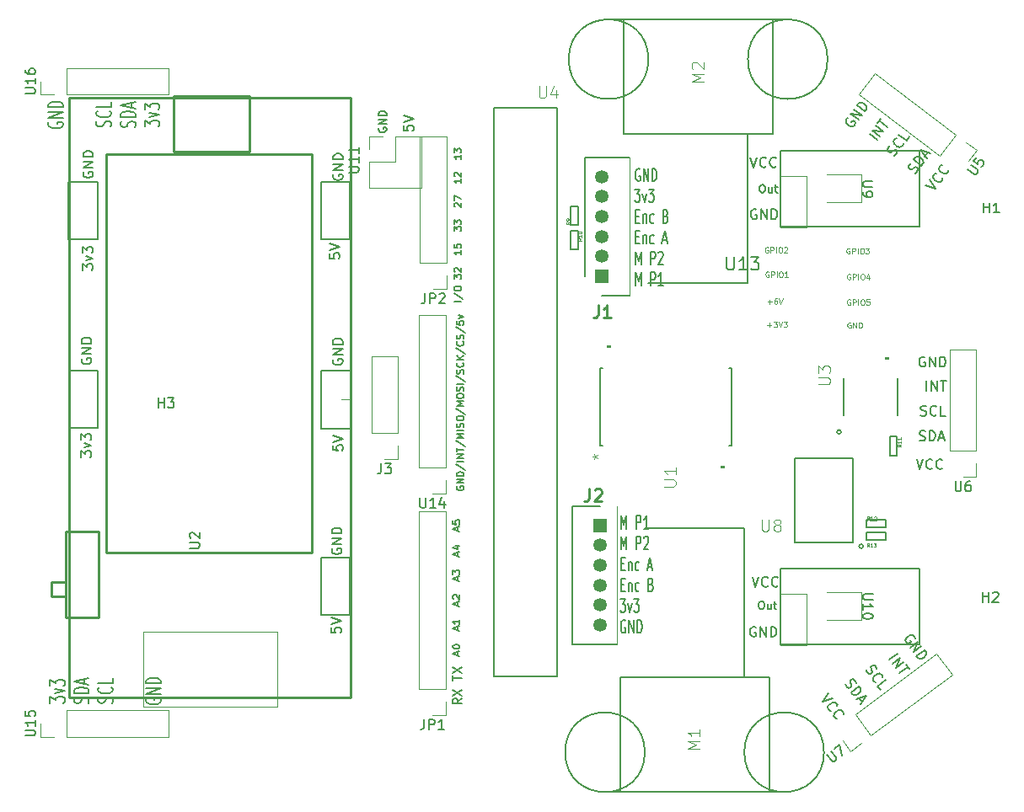
<source format=gbr>
%TF.GenerationSoftware,KiCad,Pcbnew,(6.0.7)*%
%TF.CreationDate,2022-09-18T19:12:44+05:00*%
%TF.ProjectId,minisumo_v3,6d696e69-7375-46d6-9f5f-76332e6b6963,rev?*%
%TF.SameCoordinates,Original*%
%TF.FileFunction,Legend,Top*%
%TF.FilePolarity,Positive*%
%FSLAX46Y46*%
G04 Gerber Fmt 4.6, Leading zero omitted, Abs format (unit mm)*
G04 Created by KiCad (PCBNEW (6.0.7)) date 2022-09-18 19:12:44*
%MOMM*%
%LPD*%
G01*
G04 APERTURE LIST*
%ADD10C,0.150000*%
%ADD11C,0.071628*%
%ADD12C,0.076200*%
%ADD13C,0.254000*%
%ADD14C,0.093472*%
%ADD15C,0.029440*%
%ADD16C,0.048000*%
%ADD17C,0.120000*%
%ADD18C,0.154000*%
%ADD19C,0.152400*%
%ADD20C,0.127000*%
%ADD21C,0.100000*%
%ADD22C,0.203200*%
%ADD23C,0.200000*%
%ADD24R,1.350000X1.350000*%
%ADD25C,1.350000*%
G04 APERTURE END LIST*
D10*
X160757023Y-81377500D02*
X160680833Y-81315595D01*
X160566547Y-81315595D01*
X160452261Y-81377500D01*
X160376071Y-81501309D01*
X160337976Y-81625119D01*
X160299880Y-81872738D01*
X160299880Y-82058452D01*
X160337976Y-82306071D01*
X160376071Y-82429880D01*
X160452261Y-82553690D01*
X160566547Y-82615595D01*
X160642738Y-82615595D01*
X160757023Y-82553690D01*
X160795119Y-82491785D01*
X160795119Y-82058452D01*
X160642738Y-82058452D01*
X161137976Y-82615595D02*
X161137976Y-81315595D01*
X161595119Y-82615595D01*
X161595119Y-81315595D01*
X161976071Y-82615595D02*
X161976071Y-81315595D01*
X162166547Y-81315595D01*
X162280833Y-81377500D01*
X162357023Y-81501309D01*
X162395119Y-81625119D01*
X162433214Y-81872738D01*
X162433214Y-82058452D01*
X162395119Y-82306071D01*
X162357023Y-82429880D01*
X162280833Y-82553690D01*
X162166547Y-82615595D01*
X161976071Y-82615595D01*
X160261785Y-83408595D02*
X160757023Y-83408595D01*
X160490357Y-83903833D01*
X160604642Y-83903833D01*
X160680833Y-83965738D01*
X160718928Y-84027642D01*
X160757023Y-84151452D01*
X160757023Y-84460976D01*
X160718928Y-84584785D01*
X160680833Y-84646690D01*
X160604642Y-84708595D01*
X160376071Y-84708595D01*
X160299880Y-84646690D01*
X160261785Y-84584785D01*
X161023690Y-83841928D02*
X161214166Y-84708595D01*
X161404642Y-83841928D01*
X161633214Y-83408595D02*
X162128452Y-83408595D01*
X161861785Y-83903833D01*
X161976071Y-83903833D01*
X162052261Y-83965738D01*
X162090357Y-84027642D01*
X162128452Y-84151452D01*
X162128452Y-84460976D01*
X162090357Y-84584785D01*
X162052261Y-84646690D01*
X161976071Y-84708595D01*
X161747500Y-84708595D01*
X161671309Y-84646690D01*
X161633214Y-84584785D01*
X160337976Y-86120642D02*
X160604642Y-86120642D01*
X160718928Y-86801595D02*
X160337976Y-86801595D01*
X160337976Y-85501595D01*
X160718928Y-85501595D01*
X161061785Y-85934928D02*
X161061785Y-86801595D01*
X161061785Y-86058738D02*
X161099880Y-85996833D01*
X161176071Y-85934928D01*
X161290357Y-85934928D01*
X161366547Y-85996833D01*
X161404642Y-86120642D01*
X161404642Y-86801595D01*
X162128452Y-86739690D02*
X162052261Y-86801595D01*
X161899880Y-86801595D01*
X161823690Y-86739690D01*
X161785595Y-86677785D01*
X161747500Y-86553976D01*
X161747500Y-86182547D01*
X161785595Y-86058738D01*
X161823690Y-85996833D01*
X161899880Y-85934928D01*
X162052261Y-85934928D01*
X162128452Y-85996833D01*
X163347500Y-86120642D02*
X163461785Y-86182547D01*
X163499880Y-86244452D01*
X163537976Y-86368261D01*
X163537976Y-86553976D01*
X163499880Y-86677785D01*
X163461785Y-86739690D01*
X163385595Y-86801595D01*
X163080833Y-86801595D01*
X163080833Y-85501595D01*
X163347500Y-85501595D01*
X163423690Y-85563500D01*
X163461785Y-85625404D01*
X163499880Y-85749214D01*
X163499880Y-85873023D01*
X163461785Y-85996833D01*
X163423690Y-86058738D01*
X163347500Y-86120642D01*
X163080833Y-86120642D01*
X160337976Y-88213642D02*
X160604642Y-88213642D01*
X160718928Y-88894595D02*
X160337976Y-88894595D01*
X160337976Y-87594595D01*
X160718928Y-87594595D01*
X161061785Y-88027928D02*
X161061785Y-88894595D01*
X161061785Y-88151738D02*
X161099880Y-88089833D01*
X161176071Y-88027928D01*
X161290357Y-88027928D01*
X161366547Y-88089833D01*
X161404642Y-88213642D01*
X161404642Y-88894595D01*
X162128452Y-88832690D02*
X162052261Y-88894595D01*
X161899880Y-88894595D01*
X161823690Y-88832690D01*
X161785595Y-88770785D01*
X161747500Y-88646976D01*
X161747500Y-88275547D01*
X161785595Y-88151738D01*
X161823690Y-88089833D01*
X161899880Y-88027928D01*
X162052261Y-88027928D01*
X162128452Y-88089833D01*
X163042738Y-88523166D02*
X163423690Y-88523166D01*
X162966547Y-88894595D02*
X163233214Y-87594595D01*
X163499880Y-88894595D01*
X160337976Y-90987595D02*
X160337976Y-89687595D01*
X160604642Y-90616166D01*
X160871309Y-89687595D01*
X160871309Y-90987595D01*
X161861785Y-90987595D02*
X161861785Y-89687595D01*
X162166547Y-89687595D01*
X162242738Y-89749500D01*
X162280833Y-89811404D01*
X162318928Y-89935214D01*
X162318928Y-90120928D01*
X162280833Y-90244738D01*
X162242738Y-90306642D01*
X162166547Y-90368547D01*
X161861785Y-90368547D01*
X162623690Y-89811404D02*
X162661785Y-89749500D01*
X162737976Y-89687595D01*
X162928452Y-89687595D01*
X163004642Y-89749500D01*
X163042738Y-89811404D01*
X163080833Y-89935214D01*
X163080833Y-90059023D01*
X163042738Y-90244738D01*
X162585595Y-90987595D01*
X163080833Y-90987595D01*
X160337976Y-93080595D02*
X160337976Y-91780595D01*
X160604642Y-92709166D01*
X160871309Y-91780595D01*
X160871309Y-93080595D01*
X161861785Y-93080595D02*
X161861785Y-91780595D01*
X162166547Y-91780595D01*
X162242738Y-91842500D01*
X162280833Y-91904404D01*
X162318928Y-92028214D01*
X162318928Y-92213928D01*
X162280833Y-92337738D01*
X162242738Y-92399642D01*
X162166547Y-92461547D01*
X161861785Y-92461547D01*
X163080833Y-93080595D02*
X162623690Y-93080595D01*
X162852261Y-93080595D02*
X162852261Y-91780595D01*
X162776071Y-91966309D01*
X162699880Y-92090119D01*
X162623690Y-92152023D01*
X142446666Y-130245714D02*
X142446666Y-129888571D01*
X142646666Y-130317142D02*
X141946666Y-130067142D01*
X142646666Y-129817142D01*
X141946666Y-129424285D02*
X141946666Y-129352857D01*
X141980000Y-129281428D01*
X142013333Y-129245714D01*
X142080000Y-129210000D01*
X142213333Y-129174285D01*
X142380000Y-129174285D01*
X142513333Y-129210000D01*
X142580000Y-129245714D01*
X142613333Y-129281428D01*
X142646666Y-129352857D01*
X142646666Y-129424285D01*
X142613333Y-129495714D01*
X142580000Y-129531428D01*
X142513333Y-129567142D01*
X142380000Y-129602857D01*
X142213333Y-129602857D01*
X142080000Y-129567142D01*
X142013333Y-129531428D01*
X141980000Y-129495714D01*
X141946666Y-129424285D01*
X142446666Y-127745714D02*
X142446666Y-127388571D01*
X142646666Y-127817142D02*
X141946666Y-127567142D01*
X142646666Y-127317142D01*
X142646666Y-126674285D02*
X142646666Y-127102857D01*
X142646666Y-126888571D02*
X141946666Y-126888571D01*
X142046666Y-126960000D01*
X142113333Y-127031428D01*
X142146666Y-127102857D01*
X142446666Y-125245714D02*
X142446666Y-124888571D01*
X142646666Y-125317142D02*
X141946666Y-125067142D01*
X142646666Y-124817142D01*
X142013333Y-124602857D02*
X141980000Y-124567142D01*
X141946666Y-124495714D01*
X141946666Y-124317142D01*
X141980000Y-124245714D01*
X142013333Y-124210000D01*
X142080000Y-124174285D01*
X142146666Y-124174285D01*
X142246666Y-124210000D01*
X142646666Y-124638571D01*
X142646666Y-124174285D01*
X142446666Y-122745714D02*
X142446666Y-122388571D01*
X142646666Y-122817142D02*
X141946666Y-122567142D01*
X142646666Y-122317142D01*
X141946666Y-122138571D02*
X141946666Y-121674285D01*
X142213333Y-121924285D01*
X142213333Y-121817142D01*
X142246666Y-121745714D01*
X142280000Y-121710000D01*
X142346666Y-121674285D01*
X142513333Y-121674285D01*
X142580000Y-121710000D01*
X142613333Y-121745714D01*
X142646666Y-121817142D01*
X142646666Y-122031428D01*
X142613333Y-122102857D01*
X142580000Y-122138571D01*
X142446666Y-120245714D02*
X142446666Y-119888571D01*
X142646666Y-120317142D02*
X141946666Y-120067142D01*
X142646666Y-119817142D01*
X142180000Y-119245714D02*
X142646666Y-119245714D01*
X141913333Y-119424285D02*
X142413333Y-119602857D01*
X142413333Y-119138571D01*
X142446666Y-117745714D02*
X142446666Y-117388571D01*
X142646666Y-117817142D02*
X141946666Y-117567142D01*
X142646666Y-117317142D01*
X141946666Y-116710000D02*
X141946666Y-117067142D01*
X142280000Y-117102857D01*
X142246666Y-117067142D01*
X142213333Y-116995714D01*
X142213333Y-116817142D01*
X142246666Y-116745714D01*
X142280000Y-116710000D01*
X142346666Y-116674285D01*
X142513333Y-116674285D01*
X142580000Y-116710000D01*
X142613333Y-116745714D01*
X142646666Y-116817142D01*
X142646666Y-116995714D01*
X142613333Y-117067142D01*
X142580000Y-117102857D01*
X142837142Y-134604285D02*
X142408571Y-134904285D01*
X142837142Y-135118571D02*
X141937142Y-135118571D01*
X141937142Y-134775714D01*
X141980000Y-134690000D01*
X142022857Y-134647142D01*
X142108571Y-134604285D01*
X142237142Y-134604285D01*
X142322857Y-134647142D01*
X142365714Y-134690000D01*
X142408571Y-134775714D01*
X142408571Y-135118571D01*
X141937142Y-134304285D02*
X142837142Y-133704285D01*
X141937142Y-133704285D02*
X142837142Y-134304285D01*
X141937142Y-132804285D02*
X141937142Y-132290000D01*
X142837142Y-132547142D02*
X141937142Y-132547142D01*
X141937142Y-132075714D02*
X142837142Y-131475714D01*
X141937142Y-131475714D02*
X142837142Y-132075714D01*
X101478571Y-135050476D02*
X101478571Y-134431428D01*
X102050000Y-134764761D01*
X102050000Y-134621904D01*
X102121428Y-134526666D01*
X102192857Y-134479047D01*
X102335714Y-134431428D01*
X102692857Y-134431428D01*
X102835714Y-134479047D01*
X102907142Y-134526666D01*
X102978571Y-134621904D01*
X102978571Y-134907619D01*
X102907142Y-135002857D01*
X102835714Y-135050476D01*
X101978571Y-134098095D02*
X102978571Y-133860000D01*
X101978571Y-133621904D01*
X101478571Y-133336190D02*
X101478571Y-132717142D01*
X102050000Y-133050476D01*
X102050000Y-132907619D01*
X102121428Y-132812380D01*
X102192857Y-132764761D01*
X102335714Y-132717142D01*
X102692857Y-132717142D01*
X102835714Y-132764761D01*
X102907142Y-132812380D01*
X102978571Y-132907619D01*
X102978571Y-133193333D01*
X102907142Y-133288571D01*
X102835714Y-133336190D01*
X105322142Y-135074285D02*
X105393571Y-134931428D01*
X105393571Y-134693333D01*
X105322142Y-134598095D01*
X105250714Y-134550476D01*
X105107857Y-134502857D01*
X104965000Y-134502857D01*
X104822142Y-134550476D01*
X104750714Y-134598095D01*
X104679285Y-134693333D01*
X104607857Y-134883809D01*
X104536428Y-134979047D01*
X104465000Y-135026666D01*
X104322142Y-135074285D01*
X104179285Y-135074285D01*
X104036428Y-135026666D01*
X103965000Y-134979047D01*
X103893571Y-134883809D01*
X103893571Y-134645714D01*
X103965000Y-134502857D01*
X105393571Y-134074285D02*
X103893571Y-134074285D01*
X103893571Y-133836190D01*
X103965000Y-133693333D01*
X104107857Y-133598095D01*
X104250714Y-133550476D01*
X104536428Y-133502857D01*
X104750714Y-133502857D01*
X105036428Y-133550476D01*
X105179285Y-133598095D01*
X105322142Y-133693333D01*
X105393571Y-133836190D01*
X105393571Y-134074285D01*
X104965000Y-133121904D02*
X104965000Y-132645714D01*
X105393571Y-133217142D02*
X103893571Y-132883809D01*
X105393571Y-132550476D01*
X107737142Y-135050476D02*
X107808571Y-134907619D01*
X107808571Y-134669523D01*
X107737142Y-134574285D01*
X107665714Y-134526666D01*
X107522857Y-134479047D01*
X107380000Y-134479047D01*
X107237142Y-134526666D01*
X107165714Y-134574285D01*
X107094285Y-134669523D01*
X107022857Y-134860000D01*
X106951428Y-134955238D01*
X106880000Y-135002857D01*
X106737142Y-135050476D01*
X106594285Y-135050476D01*
X106451428Y-135002857D01*
X106380000Y-134955238D01*
X106308571Y-134860000D01*
X106308571Y-134621904D01*
X106380000Y-134479047D01*
X107665714Y-133479047D02*
X107737142Y-133526666D01*
X107808571Y-133669523D01*
X107808571Y-133764761D01*
X107737142Y-133907619D01*
X107594285Y-134002857D01*
X107451428Y-134050476D01*
X107165714Y-134098095D01*
X106951428Y-134098095D01*
X106665714Y-134050476D01*
X106522857Y-134002857D01*
X106380000Y-133907619D01*
X106308571Y-133764761D01*
X106308571Y-133669523D01*
X106380000Y-133526666D01*
X106451428Y-133479047D01*
X107808571Y-132574285D02*
X107808571Y-133050476D01*
X106308571Y-133050476D01*
X111210000Y-134621904D02*
X111138571Y-134717142D01*
X111138571Y-134860000D01*
X111210000Y-135002857D01*
X111352857Y-135098095D01*
X111495714Y-135145714D01*
X111781428Y-135193333D01*
X111995714Y-135193333D01*
X112281428Y-135145714D01*
X112424285Y-135098095D01*
X112567142Y-135002857D01*
X112638571Y-134860000D01*
X112638571Y-134764761D01*
X112567142Y-134621904D01*
X112495714Y-134574285D01*
X111995714Y-134574285D01*
X111995714Y-134764761D01*
X112638571Y-134145714D02*
X111138571Y-134145714D01*
X112638571Y-133574285D01*
X111138571Y-133574285D01*
X112638571Y-133098095D02*
X111138571Y-133098095D01*
X111138571Y-132860000D01*
X111210000Y-132717142D01*
X111352857Y-132621904D01*
X111495714Y-132574285D01*
X111781428Y-132526666D01*
X111995714Y-132526666D01*
X112281428Y-132574285D01*
X112424285Y-132621904D01*
X112567142Y-132717142D01*
X112638571Y-132860000D01*
X112638571Y-133098095D01*
X158867976Y-117545595D02*
X158867976Y-116245595D01*
X159134642Y-117174166D01*
X159401309Y-116245595D01*
X159401309Y-117545595D01*
X160391785Y-117545595D02*
X160391785Y-116245595D01*
X160696547Y-116245595D01*
X160772738Y-116307500D01*
X160810833Y-116369404D01*
X160848928Y-116493214D01*
X160848928Y-116678928D01*
X160810833Y-116802738D01*
X160772738Y-116864642D01*
X160696547Y-116926547D01*
X160391785Y-116926547D01*
X161610833Y-117545595D02*
X161153690Y-117545595D01*
X161382261Y-117545595D02*
X161382261Y-116245595D01*
X161306071Y-116431309D01*
X161229880Y-116555119D01*
X161153690Y-116617023D01*
X158867976Y-119638595D02*
X158867976Y-118338595D01*
X159134642Y-119267166D01*
X159401309Y-118338595D01*
X159401309Y-119638595D01*
X160391785Y-119638595D02*
X160391785Y-118338595D01*
X160696547Y-118338595D01*
X160772738Y-118400500D01*
X160810833Y-118462404D01*
X160848928Y-118586214D01*
X160848928Y-118771928D01*
X160810833Y-118895738D01*
X160772738Y-118957642D01*
X160696547Y-119019547D01*
X160391785Y-119019547D01*
X161153690Y-118462404D02*
X161191785Y-118400500D01*
X161267976Y-118338595D01*
X161458452Y-118338595D01*
X161534642Y-118400500D01*
X161572738Y-118462404D01*
X161610833Y-118586214D01*
X161610833Y-118710023D01*
X161572738Y-118895738D01*
X161115595Y-119638595D01*
X161610833Y-119638595D01*
X158867976Y-121050642D02*
X159134642Y-121050642D01*
X159248928Y-121731595D02*
X158867976Y-121731595D01*
X158867976Y-120431595D01*
X159248928Y-120431595D01*
X159591785Y-120864928D02*
X159591785Y-121731595D01*
X159591785Y-120988738D02*
X159629880Y-120926833D01*
X159706071Y-120864928D01*
X159820357Y-120864928D01*
X159896547Y-120926833D01*
X159934642Y-121050642D01*
X159934642Y-121731595D01*
X160658452Y-121669690D02*
X160582261Y-121731595D01*
X160429880Y-121731595D01*
X160353690Y-121669690D01*
X160315595Y-121607785D01*
X160277500Y-121483976D01*
X160277500Y-121112547D01*
X160315595Y-120988738D01*
X160353690Y-120926833D01*
X160429880Y-120864928D01*
X160582261Y-120864928D01*
X160658452Y-120926833D01*
X161572738Y-121360166D02*
X161953690Y-121360166D01*
X161496547Y-121731595D02*
X161763214Y-120431595D01*
X162029880Y-121731595D01*
X158867976Y-123143642D02*
X159134642Y-123143642D01*
X159248928Y-123824595D02*
X158867976Y-123824595D01*
X158867976Y-122524595D01*
X159248928Y-122524595D01*
X159591785Y-122957928D02*
X159591785Y-123824595D01*
X159591785Y-123081738D02*
X159629880Y-123019833D01*
X159706071Y-122957928D01*
X159820357Y-122957928D01*
X159896547Y-123019833D01*
X159934642Y-123143642D01*
X159934642Y-123824595D01*
X160658452Y-123762690D02*
X160582261Y-123824595D01*
X160429880Y-123824595D01*
X160353690Y-123762690D01*
X160315595Y-123700785D01*
X160277500Y-123576976D01*
X160277500Y-123205547D01*
X160315595Y-123081738D01*
X160353690Y-123019833D01*
X160429880Y-122957928D01*
X160582261Y-122957928D01*
X160658452Y-123019833D01*
X161877500Y-123143642D02*
X161991785Y-123205547D01*
X162029880Y-123267452D01*
X162067976Y-123391261D01*
X162067976Y-123576976D01*
X162029880Y-123700785D01*
X161991785Y-123762690D01*
X161915595Y-123824595D01*
X161610833Y-123824595D01*
X161610833Y-122524595D01*
X161877500Y-122524595D01*
X161953690Y-122586500D01*
X161991785Y-122648404D01*
X162029880Y-122772214D01*
X162029880Y-122896023D01*
X161991785Y-123019833D01*
X161953690Y-123081738D01*
X161877500Y-123143642D01*
X161610833Y-123143642D01*
X158791785Y-124617595D02*
X159287023Y-124617595D01*
X159020357Y-125112833D01*
X159134642Y-125112833D01*
X159210833Y-125174738D01*
X159248928Y-125236642D01*
X159287023Y-125360452D01*
X159287023Y-125669976D01*
X159248928Y-125793785D01*
X159210833Y-125855690D01*
X159134642Y-125917595D01*
X158906071Y-125917595D01*
X158829880Y-125855690D01*
X158791785Y-125793785D01*
X159553690Y-125050928D02*
X159744166Y-125917595D01*
X159934642Y-125050928D01*
X160163214Y-124617595D02*
X160658452Y-124617595D01*
X160391785Y-125112833D01*
X160506071Y-125112833D01*
X160582261Y-125174738D01*
X160620357Y-125236642D01*
X160658452Y-125360452D01*
X160658452Y-125669976D01*
X160620357Y-125793785D01*
X160582261Y-125855690D01*
X160506071Y-125917595D01*
X160277500Y-125917595D01*
X160201309Y-125855690D01*
X160163214Y-125793785D01*
X159287023Y-126772500D02*
X159210833Y-126710595D01*
X159096547Y-126710595D01*
X158982261Y-126772500D01*
X158906071Y-126896309D01*
X158867976Y-127020119D01*
X158829880Y-127267738D01*
X158829880Y-127453452D01*
X158867976Y-127701071D01*
X158906071Y-127824880D01*
X158982261Y-127948690D01*
X159096547Y-128010595D01*
X159172738Y-128010595D01*
X159287023Y-127948690D01*
X159325119Y-127886785D01*
X159325119Y-127453452D01*
X159172738Y-127453452D01*
X159667976Y-128010595D02*
X159667976Y-126710595D01*
X160125119Y-128010595D01*
X160125119Y-126710595D01*
X160506071Y-128010595D02*
X160506071Y-126710595D01*
X160696547Y-126710595D01*
X160810833Y-126772500D01*
X160887023Y-126896309D01*
X160925119Y-127020119D01*
X160963214Y-127267738D01*
X160963214Y-127453452D01*
X160925119Y-127701071D01*
X160887023Y-127824880D01*
X160810833Y-127948690D01*
X160696547Y-128010595D01*
X160506071Y-128010595D01*
X134530000Y-77239523D02*
X134491904Y-77315714D01*
X134491904Y-77430000D01*
X134530000Y-77544285D01*
X134606190Y-77620476D01*
X134682380Y-77658571D01*
X134834761Y-77696666D01*
X134949047Y-77696666D01*
X135101428Y-77658571D01*
X135177619Y-77620476D01*
X135253809Y-77544285D01*
X135291904Y-77430000D01*
X135291904Y-77353809D01*
X135253809Y-77239523D01*
X135215714Y-77201428D01*
X134949047Y-77201428D01*
X134949047Y-77353809D01*
X135291904Y-76858571D02*
X134491904Y-76858571D01*
X135291904Y-76401428D01*
X134491904Y-76401428D01*
X135291904Y-76020476D02*
X134491904Y-76020476D01*
X134491904Y-75830000D01*
X134530000Y-75715714D01*
X134606190Y-75639523D01*
X134682380Y-75601428D01*
X134834761Y-75563333D01*
X134949047Y-75563333D01*
X135101428Y-75601428D01*
X135177619Y-75639523D01*
X135253809Y-75715714D01*
X135291904Y-75830000D01*
X135291904Y-76020476D01*
X142360000Y-113283333D02*
X142326666Y-113350000D01*
X142326666Y-113450000D01*
X142360000Y-113550000D01*
X142426666Y-113616666D01*
X142493333Y-113650000D01*
X142626666Y-113683333D01*
X142726666Y-113683333D01*
X142860000Y-113650000D01*
X142926666Y-113616666D01*
X142993333Y-113550000D01*
X143026666Y-113450000D01*
X143026666Y-113383333D01*
X142993333Y-113283333D01*
X142960000Y-113250000D01*
X142726666Y-113250000D01*
X142726666Y-113383333D01*
X143026666Y-112950000D02*
X142326666Y-112950000D01*
X143026666Y-112550000D01*
X142326666Y-112550000D01*
X143026666Y-112216666D02*
X142326666Y-112216666D01*
X142326666Y-112050000D01*
X142360000Y-111950000D01*
X142426666Y-111883333D01*
X142493333Y-111850000D01*
X142626666Y-111816666D01*
X142726666Y-111816666D01*
X142860000Y-111850000D01*
X142926666Y-111883333D01*
X142993333Y-111950000D01*
X143026666Y-112050000D01*
X143026666Y-112216666D01*
X142293333Y-111016666D02*
X143193333Y-111616666D01*
X143026666Y-110783333D02*
X142326666Y-110783333D01*
X143026666Y-110450000D02*
X142326666Y-110450000D01*
X143026666Y-110050000D01*
X142326666Y-110050000D01*
X142326666Y-109816666D02*
X142326666Y-109416666D01*
X143026666Y-109616666D02*
X142326666Y-109616666D01*
X142293333Y-108683333D02*
X143193333Y-109283333D01*
X143026666Y-108450000D02*
X142326666Y-108450000D01*
X142826666Y-108216666D01*
X142326666Y-107983333D01*
X143026666Y-107983333D01*
X143026666Y-107650000D02*
X142326666Y-107650000D01*
X142993333Y-107350000D02*
X143026666Y-107250000D01*
X143026666Y-107083333D01*
X142993333Y-107016666D01*
X142960000Y-106983333D01*
X142893333Y-106950000D01*
X142826666Y-106950000D01*
X142760000Y-106983333D01*
X142726666Y-107016666D01*
X142693333Y-107083333D01*
X142660000Y-107216666D01*
X142626666Y-107283333D01*
X142593333Y-107316666D01*
X142526666Y-107350000D01*
X142460000Y-107350000D01*
X142393333Y-107316666D01*
X142360000Y-107283333D01*
X142326666Y-107216666D01*
X142326666Y-107050000D01*
X142360000Y-106950000D01*
X142326666Y-106516666D02*
X142326666Y-106383333D01*
X142360000Y-106316666D01*
X142426666Y-106250000D01*
X142560000Y-106216666D01*
X142793333Y-106216666D01*
X142926666Y-106250000D01*
X142993333Y-106316666D01*
X143026666Y-106383333D01*
X143026666Y-106516666D01*
X142993333Y-106583333D01*
X142926666Y-106650000D01*
X142793333Y-106683333D01*
X142560000Y-106683333D01*
X142426666Y-106650000D01*
X142360000Y-106583333D01*
X142326666Y-106516666D01*
X142293333Y-105416666D02*
X143193333Y-106016666D01*
X143026666Y-105183333D02*
X142326666Y-105183333D01*
X142826666Y-104950000D01*
X142326666Y-104716666D01*
X143026666Y-104716666D01*
X142326666Y-104250000D02*
X142326666Y-104116666D01*
X142360000Y-104050000D01*
X142426666Y-103983333D01*
X142560000Y-103950000D01*
X142793333Y-103950000D01*
X142926666Y-103983333D01*
X142993333Y-104050000D01*
X143026666Y-104116666D01*
X143026666Y-104250000D01*
X142993333Y-104316666D01*
X142926666Y-104383333D01*
X142793333Y-104416666D01*
X142560000Y-104416666D01*
X142426666Y-104383333D01*
X142360000Y-104316666D01*
X142326666Y-104250000D01*
X142993333Y-103683333D02*
X143026666Y-103583333D01*
X143026666Y-103416666D01*
X142993333Y-103350000D01*
X142960000Y-103316666D01*
X142893333Y-103283333D01*
X142826666Y-103283333D01*
X142760000Y-103316666D01*
X142726666Y-103350000D01*
X142693333Y-103416666D01*
X142660000Y-103550000D01*
X142626666Y-103616666D01*
X142593333Y-103650000D01*
X142526666Y-103683333D01*
X142460000Y-103683333D01*
X142393333Y-103650000D01*
X142360000Y-103616666D01*
X142326666Y-103550000D01*
X142326666Y-103383333D01*
X142360000Y-103283333D01*
X143026666Y-102983333D02*
X142326666Y-102983333D01*
X142293333Y-102150000D02*
X143193333Y-102750000D01*
X142993333Y-101950000D02*
X143026666Y-101850000D01*
X143026666Y-101683333D01*
X142993333Y-101616666D01*
X142960000Y-101583333D01*
X142893333Y-101550000D01*
X142826666Y-101550000D01*
X142760000Y-101583333D01*
X142726666Y-101616666D01*
X142693333Y-101683333D01*
X142660000Y-101816666D01*
X142626666Y-101883333D01*
X142593333Y-101916666D01*
X142526666Y-101950000D01*
X142460000Y-101950000D01*
X142393333Y-101916666D01*
X142360000Y-101883333D01*
X142326666Y-101816666D01*
X142326666Y-101650000D01*
X142360000Y-101550000D01*
X142960000Y-100850000D02*
X142993333Y-100883333D01*
X143026666Y-100983333D01*
X143026666Y-101050000D01*
X142993333Y-101150000D01*
X142926666Y-101216666D01*
X142860000Y-101250000D01*
X142726666Y-101283333D01*
X142626666Y-101283333D01*
X142493333Y-101250000D01*
X142426666Y-101216666D01*
X142360000Y-101150000D01*
X142326666Y-101050000D01*
X142326666Y-100983333D01*
X142360000Y-100883333D01*
X142393333Y-100850000D01*
X143026666Y-100550000D02*
X142326666Y-100550000D01*
X143026666Y-100150000D02*
X142626666Y-100450000D01*
X142326666Y-100150000D02*
X142726666Y-100550000D01*
X142293333Y-99350000D02*
X143193333Y-99950000D01*
X142960000Y-98716666D02*
X142993333Y-98750000D01*
X143026666Y-98850000D01*
X143026666Y-98916666D01*
X142993333Y-99016666D01*
X142926666Y-99083333D01*
X142860000Y-99116666D01*
X142726666Y-99150000D01*
X142626666Y-99150000D01*
X142493333Y-99116666D01*
X142426666Y-99083333D01*
X142360000Y-99016666D01*
X142326666Y-98916666D01*
X142326666Y-98850000D01*
X142360000Y-98750000D01*
X142393333Y-98716666D01*
X142993333Y-98450000D02*
X143026666Y-98350000D01*
X143026666Y-98183333D01*
X142993333Y-98116666D01*
X142960000Y-98083333D01*
X142893333Y-98050000D01*
X142826666Y-98050000D01*
X142760000Y-98083333D01*
X142726666Y-98116666D01*
X142693333Y-98183333D01*
X142660000Y-98316666D01*
X142626666Y-98383333D01*
X142593333Y-98416666D01*
X142526666Y-98450000D01*
X142460000Y-98450000D01*
X142393333Y-98416666D01*
X142360000Y-98383333D01*
X142326666Y-98316666D01*
X142326666Y-98150000D01*
X142360000Y-98050000D01*
X142293333Y-97250000D02*
X143193333Y-97850000D01*
X142326666Y-96683333D02*
X142326666Y-97016666D01*
X142660000Y-97050000D01*
X142626666Y-97016666D01*
X142593333Y-96950000D01*
X142593333Y-96783333D01*
X142626666Y-96716666D01*
X142660000Y-96683333D01*
X142726666Y-96650000D01*
X142893333Y-96650000D01*
X142960000Y-96683333D01*
X142993333Y-96716666D01*
X143026666Y-96783333D01*
X143026666Y-96950000D01*
X142993333Y-97016666D01*
X142960000Y-97050000D01*
X142560000Y-96416666D02*
X143026666Y-96250000D01*
X142560000Y-96083333D01*
X142796666Y-94676666D02*
X142096666Y-94676666D01*
X142063333Y-93843333D02*
X142963333Y-94443333D01*
X142096666Y-93476666D02*
X142096666Y-93343333D01*
X142130000Y-93276666D01*
X142196666Y-93210000D01*
X142330000Y-93176666D01*
X142563333Y-93176666D01*
X142696666Y-93210000D01*
X142763333Y-93276666D01*
X142796666Y-93343333D01*
X142796666Y-93476666D01*
X142763333Y-93543333D01*
X142696666Y-93610000D01*
X142563333Y-93643333D01*
X142330000Y-93643333D01*
X142196666Y-93610000D01*
X142130000Y-93543333D01*
X142096666Y-93476666D01*
X142096666Y-92410000D02*
X142096666Y-91976666D01*
X142363333Y-92210000D01*
X142363333Y-92110000D01*
X142396666Y-92043333D01*
X142430000Y-92010000D01*
X142496666Y-91976666D01*
X142663333Y-91976666D01*
X142730000Y-92010000D01*
X142763333Y-92043333D01*
X142796666Y-92110000D01*
X142796666Y-92310000D01*
X142763333Y-92376666D01*
X142730000Y-92410000D01*
X142163333Y-91710000D02*
X142130000Y-91676666D01*
X142096666Y-91610000D01*
X142096666Y-91443333D01*
X142130000Y-91376666D01*
X142163333Y-91343333D01*
X142230000Y-91310000D01*
X142296666Y-91310000D01*
X142396666Y-91343333D01*
X142796666Y-91743333D01*
X142796666Y-91310000D01*
X142796666Y-89576666D02*
X142796666Y-89976666D01*
X142796666Y-89776666D02*
X142096666Y-89776666D01*
X142196666Y-89843333D01*
X142263333Y-89910000D01*
X142296666Y-89976666D01*
X142096666Y-88943333D02*
X142096666Y-89276666D01*
X142430000Y-89310000D01*
X142396666Y-89276666D01*
X142363333Y-89210000D01*
X142363333Y-89043333D01*
X142396666Y-88976666D01*
X142430000Y-88943333D01*
X142496666Y-88910000D01*
X142663333Y-88910000D01*
X142730000Y-88943333D01*
X142763333Y-88976666D01*
X142796666Y-89043333D01*
X142796666Y-89210000D01*
X142763333Y-89276666D01*
X142730000Y-89310000D01*
X142096666Y-87610000D02*
X142096666Y-87176666D01*
X142363333Y-87410000D01*
X142363333Y-87310000D01*
X142396666Y-87243333D01*
X142430000Y-87210000D01*
X142496666Y-87176666D01*
X142663333Y-87176666D01*
X142730000Y-87210000D01*
X142763333Y-87243333D01*
X142796666Y-87310000D01*
X142796666Y-87510000D01*
X142763333Y-87576666D01*
X142730000Y-87610000D01*
X142096666Y-86943333D02*
X142096666Y-86510000D01*
X142363333Y-86743333D01*
X142363333Y-86643333D01*
X142396666Y-86576666D01*
X142430000Y-86543333D01*
X142496666Y-86510000D01*
X142663333Y-86510000D01*
X142730000Y-86543333D01*
X142763333Y-86576666D01*
X142796666Y-86643333D01*
X142796666Y-86843333D01*
X142763333Y-86910000D01*
X142730000Y-86943333D01*
X142163333Y-85176666D02*
X142130000Y-85143333D01*
X142096666Y-85076666D01*
X142096666Y-84910000D01*
X142130000Y-84843333D01*
X142163333Y-84810000D01*
X142230000Y-84776666D01*
X142296666Y-84776666D01*
X142396666Y-84810000D01*
X142796666Y-85210000D01*
X142796666Y-84776666D01*
X142096666Y-84543333D02*
X142096666Y-84076666D01*
X142796666Y-84376666D01*
X142796666Y-82376666D02*
X142796666Y-82776666D01*
X142796666Y-82576666D02*
X142096666Y-82576666D01*
X142196666Y-82643333D01*
X142263333Y-82710000D01*
X142296666Y-82776666D01*
X142163333Y-82110000D02*
X142130000Y-82076666D01*
X142096666Y-82010000D01*
X142096666Y-81843333D01*
X142130000Y-81776666D01*
X142163333Y-81743333D01*
X142230000Y-81710000D01*
X142296666Y-81710000D01*
X142396666Y-81743333D01*
X142796666Y-82143333D01*
X142796666Y-81710000D01*
X142796666Y-79976666D02*
X142796666Y-80376666D01*
X142796666Y-80176666D02*
X142096666Y-80176666D01*
X142196666Y-80243333D01*
X142263333Y-80310000D01*
X142296666Y-80376666D01*
X142096666Y-79743333D02*
X142096666Y-79310000D01*
X142363333Y-79543333D01*
X142363333Y-79443333D01*
X142396666Y-79376666D01*
X142430000Y-79343333D01*
X142496666Y-79310000D01*
X142663333Y-79310000D01*
X142730000Y-79343333D01*
X142763333Y-79376666D01*
X142796666Y-79443333D01*
X142796666Y-79643333D01*
X142763333Y-79710000D01*
X142730000Y-79743333D01*
X101400000Y-76701904D02*
X101328571Y-76797142D01*
X101328571Y-76940000D01*
X101400000Y-77082857D01*
X101542857Y-77178095D01*
X101685714Y-77225714D01*
X101971428Y-77273333D01*
X102185714Y-77273333D01*
X102471428Y-77225714D01*
X102614285Y-77178095D01*
X102757142Y-77082857D01*
X102828571Y-76940000D01*
X102828571Y-76844761D01*
X102757142Y-76701904D01*
X102685714Y-76654285D01*
X102185714Y-76654285D01*
X102185714Y-76844761D01*
X102828571Y-76225714D02*
X101328571Y-76225714D01*
X102828571Y-75654285D01*
X101328571Y-75654285D01*
X102828571Y-75178095D02*
X101328571Y-75178095D01*
X101328571Y-74940000D01*
X101400000Y-74797142D01*
X101542857Y-74701904D01*
X101685714Y-74654285D01*
X101971428Y-74606666D01*
X102185714Y-74606666D01*
X102471428Y-74654285D01*
X102614285Y-74701904D01*
X102757142Y-74797142D01*
X102828571Y-74940000D01*
X102828571Y-75178095D01*
X107587142Y-77130476D02*
X107658571Y-76987619D01*
X107658571Y-76749523D01*
X107587142Y-76654285D01*
X107515714Y-76606666D01*
X107372857Y-76559047D01*
X107230000Y-76559047D01*
X107087142Y-76606666D01*
X107015714Y-76654285D01*
X106944285Y-76749523D01*
X106872857Y-76940000D01*
X106801428Y-77035238D01*
X106730000Y-77082857D01*
X106587142Y-77130476D01*
X106444285Y-77130476D01*
X106301428Y-77082857D01*
X106230000Y-77035238D01*
X106158571Y-76940000D01*
X106158571Y-76701904D01*
X106230000Y-76559047D01*
X107515714Y-75559047D02*
X107587142Y-75606666D01*
X107658571Y-75749523D01*
X107658571Y-75844761D01*
X107587142Y-75987619D01*
X107444285Y-76082857D01*
X107301428Y-76130476D01*
X107015714Y-76178095D01*
X106801428Y-76178095D01*
X106515714Y-76130476D01*
X106372857Y-76082857D01*
X106230000Y-75987619D01*
X106158571Y-75844761D01*
X106158571Y-75749523D01*
X106230000Y-75606666D01*
X106301428Y-75559047D01*
X107658571Y-74654285D02*
X107658571Y-75130476D01*
X106158571Y-75130476D01*
X110002142Y-77154285D02*
X110073571Y-77011428D01*
X110073571Y-76773333D01*
X110002142Y-76678095D01*
X109930714Y-76630476D01*
X109787857Y-76582857D01*
X109645000Y-76582857D01*
X109502142Y-76630476D01*
X109430714Y-76678095D01*
X109359285Y-76773333D01*
X109287857Y-76963809D01*
X109216428Y-77059047D01*
X109145000Y-77106666D01*
X109002142Y-77154285D01*
X108859285Y-77154285D01*
X108716428Y-77106666D01*
X108645000Y-77059047D01*
X108573571Y-76963809D01*
X108573571Y-76725714D01*
X108645000Y-76582857D01*
X110073571Y-76154285D02*
X108573571Y-76154285D01*
X108573571Y-75916190D01*
X108645000Y-75773333D01*
X108787857Y-75678095D01*
X108930714Y-75630476D01*
X109216428Y-75582857D01*
X109430714Y-75582857D01*
X109716428Y-75630476D01*
X109859285Y-75678095D01*
X110002142Y-75773333D01*
X110073571Y-75916190D01*
X110073571Y-76154285D01*
X109645000Y-75201904D02*
X109645000Y-74725714D01*
X110073571Y-75297142D02*
X108573571Y-74963809D01*
X110073571Y-74630476D01*
X110988571Y-77130476D02*
X110988571Y-76511428D01*
X111560000Y-76844761D01*
X111560000Y-76701904D01*
X111631428Y-76606666D01*
X111702857Y-76559047D01*
X111845714Y-76511428D01*
X112202857Y-76511428D01*
X112345714Y-76559047D01*
X112417142Y-76606666D01*
X112488571Y-76701904D01*
X112488571Y-76987619D01*
X112417142Y-77082857D01*
X112345714Y-77130476D01*
X111488571Y-76178095D02*
X112488571Y-75940000D01*
X111488571Y-75701904D01*
X110988571Y-75416190D02*
X110988571Y-74797142D01*
X111560000Y-75130476D01*
X111560000Y-74987619D01*
X111631428Y-74892380D01*
X111702857Y-74844761D01*
X111845714Y-74797142D01*
X112202857Y-74797142D01*
X112345714Y-74844761D01*
X112417142Y-74892380D01*
X112488571Y-74987619D01*
X112488571Y-75273333D01*
X112417142Y-75368571D01*
X112345714Y-75416190D01*
X136997380Y-77020476D02*
X136997380Y-77496666D01*
X137473571Y-77544285D01*
X137425952Y-77496666D01*
X137378333Y-77401428D01*
X137378333Y-77163333D01*
X137425952Y-77068095D01*
X137473571Y-77020476D01*
X137568809Y-76972857D01*
X137806904Y-76972857D01*
X137902142Y-77020476D01*
X137949761Y-77068095D01*
X137997380Y-77163333D01*
X137997380Y-77401428D01*
X137949761Y-77496666D01*
X137902142Y-77544285D01*
X136997380Y-76687142D02*
X137997380Y-76353809D01*
X136997380Y-76020476D01*
%TO.C,U2*%
X115527430Y-119473104D02*
X116336954Y-119473104D01*
X116432192Y-119425485D01*
X116479811Y-119377866D01*
X116527430Y-119282628D01*
X116527430Y-119092152D01*
X116479811Y-118996914D01*
X116432192Y-118949295D01*
X116336954Y-118901676D01*
X115527430Y-118901676D01*
X115622669Y-118473104D02*
X115575050Y-118425485D01*
X115527430Y-118330247D01*
X115527430Y-118092152D01*
X115575050Y-117996914D01*
X115622669Y-117949295D01*
X115717907Y-117901676D01*
X115813145Y-117901676D01*
X115956002Y-117949295D01*
X116527430Y-118520723D01*
X116527430Y-117901676D01*
X129590530Y-89875876D02*
X129590530Y-90352066D01*
X130066721Y-90399685D01*
X130019102Y-90352066D01*
X129971483Y-90256828D01*
X129971483Y-90018733D01*
X130019102Y-89923495D01*
X130066721Y-89875876D01*
X130161959Y-89828257D01*
X130400054Y-89828257D01*
X130495292Y-89875876D01*
X130542911Y-89923495D01*
X130590530Y-90018733D01*
X130590530Y-90256828D01*
X130542911Y-90352066D01*
X130495292Y-90399685D01*
X129590530Y-89542542D02*
X130590530Y-89209209D01*
X129590530Y-88875876D01*
X104865050Y-81683904D02*
X104817430Y-81779142D01*
X104817430Y-81922000D01*
X104865050Y-82064857D01*
X104960288Y-82160095D01*
X105055526Y-82207714D01*
X105246002Y-82255333D01*
X105388859Y-82255333D01*
X105579335Y-82207714D01*
X105674573Y-82160095D01*
X105769811Y-82064857D01*
X105817430Y-81922000D01*
X105817430Y-81826761D01*
X105769811Y-81683904D01*
X105722192Y-81636285D01*
X105388859Y-81636285D01*
X105388859Y-81826761D01*
X105817430Y-81207714D02*
X104817430Y-81207714D01*
X105817430Y-80636285D01*
X104817430Y-80636285D01*
X105817430Y-80160095D02*
X104817430Y-80160095D01*
X104817430Y-79922000D01*
X104865050Y-79779142D01*
X104960288Y-79683904D01*
X105055526Y-79636285D01*
X105246002Y-79588666D01*
X105388859Y-79588666D01*
X105579335Y-79636285D01*
X105674573Y-79683904D01*
X105769811Y-79779142D01*
X105817430Y-79922000D01*
X105817430Y-80160095D01*
X104617430Y-110342476D02*
X104617430Y-109723428D01*
X104998383Y-110056761D01*
X104998383Y-109913904D01*
X105046002Y-109818666D01*
X105093621Y-109771047D01*
X105188859Y-109723428D01*
X105426954Y-109723428D01*
X105522192Y-109771047D01*
X105569811Y-109818666D01*
X105617430Y-109913904D01*
X105617430Y-110199619D01*
X105569811Y-110294857D01*
X105522192Y-110342476D01*
X104950764Y-109390095D02*
X105617430Y-109152000D01*
X104950764Y-108913904D01*
X104617430Y-108628190D02*
X104617430Y-108009142D01*
X104998383Y-108342476D01*
X104998383Y-108199619D01*
X105046002Y-108104380D01*
X105093621Y-108056761D01*
X105188859Y-108009142D01*
X105426954Y-108009142D01*
X105522192Y-108056761D01*
X105569811Y-108104380D01*
X105617430Y-108199619D01*
X105617430Y-108485333D01*
X105569811Y-108580571D01*
X105522192Y-108628190D01*
X104767430Y-91542476D02*
X104767430Y-90923428D01*
X105148383Y-91256761D01*
X105148383Y-91113904D01*
X105196002Y-91018666D01*
X105243621Y-90971047D01*
X105338859Y-90923428D01*
X105576954Y-90923428D01*
X105672192Y-90971047D01*
X105719811Y-91018666D01*
X105767430Y-91113904D01*
X105767430Y-91399619D01*
X105719811Y-91494857D01*
X105672192Y-91542476D01*
X105100764Y-90590095D02*
X105767430Y-90352000D01*
X105100764Y-90113904D01*
X104767430Y-89828190D02*
X104767430Y-89209142D01*
X105148383Y-89542476D01*
X105148383Y-89399619D01*
X105196002Y-89304380D01*
X105243621Y-89256761D01*
X105338859Y-89209142D01*
X105576954Y-89209142D01*
X105672192Y-89256761D01*
X105719811Y-89304380D01*
X105767430Y-89399619D01*
X105767430Y-89685333D01*
X105719811Y-89780571D01*
X105672192Y-89828190D01*
X129905930Y-109171276D02*
X129905930Y-109647466D01*
X130382121Y-109695085D01*
X130334502Y-109647466D01*
X130286883Y-109552228D01*
X130286883Y-109314133D01*
X130334502Y-109218895D01*
X130382121Y-109171276D01*
X130477359Y-109123657D01*
X130715454Y-109123657D01*
X130810692Y-109171276D01*
X130858311Y-109218895D01*
X130905930Y-109314133D01*
X130905930Y-109552228D01*
X130858311Y-109647466D01*
X130810692Y-109695085D01*
X129905930Y-108837942D02*
X130905930Y-108504609D01*
X129905930Y-108171276D01*
X129726530Y-127483276D02*
X129726530Y-127959466D01*
X130202721Y-128007085D01*
X130155102Y-127959466D01*
X130107483Y-127864228D01*
X130107483Y-127626133D01*
X130155102Y-127530895D01*
X130202721Y-127483276D01*
X130297959Y-127435657D01*
X130536054Y-127435657D01*
X130631292Y-127483276D01*
X130678911Y-127530895D01*
X130726530Y-127626133D01*
X130726530Y-127864228D01*
X130678911Y-127959466D01*
X130631292Y-128007085D01*
X129726530Y-127149942D02*
X130726530Y-126816609D01*
X129726530Y-126483276D01*
X129933550Y-100512704D02*
X129885930Y-100607942D01*
X129885930Y-100750800D01*
X129933550Y-100893657D01*
X130028788Y-100988895D01*
X130124026Y-101036514D01*
X130314502Y-101084133D01*
X130457359Y-101084133D01*
X130647835Y-101036514D01*
X130743073Y-100988895D01*
X130838311Y-100893657D01*
X130885930Y-100750800D01*
X130885930Y-100655561D01*
X130838311Y-100512704D01*
X130790692Y-100465085D01*
X130457359Y-100465085D01*
X130457359Y-100655561D01*
X130885930Y-100036514D02*
X129885930Y-100036514D01*
X130885930Y-99465085D01*
X129885930Y-99465085D01*
X130885930Y-98988895D02*
X129885930Y-98988895D01*
X129885930Y-98750800D01*
X129933550Y-98607942D01*
X130028788Y-98512704D01*
X130124026Y-98465085D01*
X130314502Y-98417466D01*
X130457359Y-98417466D01*
X130647835Y-98465085D01*
X130743073Y-98512704D01*
X130838311Y-98607942D01*
X130885930Y-98750800D01*
X130885930Y-98988895D01*
X129958150Y-81937304D02*
X129910530Y-82032542D01*
X129910530Y-82175400D01*
X129958150Y-82318257D01*
X130053388Y-82413495D01*
X130148626Y-82461114D01*
X130339102Y-82508733D01*
X130481959Y-82508733D01*
X130672435Y-82461114D01*
X130767673Y-82413495D01*
X130862911Y-82318257D01*
X130910530Y-82175400D01*
X130910530Y-82080161D01*
X130862911Y-81937304D01*
X130815292Y-81889685D01*
X130481959Y-81889685D01*
X130481959Y-82080161D01*
X130910530Y-81461114D02*
X129910530Y-81461114D01*
X130910530Y-80889685D01*
X129910530Y-80889685D01*
X130910530Y-80413495D02*
X129910530Y-80413495D01*
X129910530Y-80175400D01*
X129958150Y-80032542D01*
X130053388Y-79937304D01*
X130148626Y-79889685D01*
X130339102Y-79842066D01*
X130481959Y-79842066D01*
X130672435Y-79889685D01*
X130767673Y-79937304D01*
X130862911Y-80032542D01*
X130910530Y-80175400D01*
X130910530Y-80413495D01*
X129834150Y-119534704D02*
X129786530Y-119629942D01*
X129786530Y-119772800D01*
X129834150Y-119915657D01*
X129929388Y-120010895D01*
X130024626Y-120058514D01*
X130215102Y-120106133D01*
X130357959Y-120106133D01*
X130548435Y-120058514D01*
X130643673Y-120010895D01*
X130738911Y-119915657D01*
X130786530Y-119772800D01*
X130786530Y-119677561D01*
X130738911Y-119534704D01*
X130691292Y-119487085D01*
X130357959Y-119487085D01*
X130357959Y-119677561D01*
X130786530Y-119058514D02*
X129786530Y-119058514D01*
X130786530Y-118487085D01*
X129786530Y-118487085D01*
X130786530Y-118010895D02*
X129786530Y-118010895D01*
X129786530Y-117772800D01*
X129834150Y-117629942D01*
X129929388Y-117534704D01*
X130024626Y-117487085D01*
X130215102Y-117439466D01*
X130357959Y-117439466D01*
X130548435Y-117487085D01*
X130643673Y-117534704D01*
X130738911Y-117629942D01*
X130786530Y-117772800D01*
X130786530Y-118010895D01*
X104695050Y-100433904D02*
X104647430Y-100529142D01*
X104647430Y-100672000D01*
X104695050Y-100814857D01*
X104790288Y-100910095D01*
X104885526Y-100957714D01*
X105076002Y-101005333D01*
X105218859Y-101005333D01*
X105409335Y-100957714D01*
X105504573Y-100910095D01*
X105599811Y-100814857D01*
X105647430Y-100672000D01*
X105647430Y-100576761D01*
X105599811Y-100433904D01*
X105552192Y-100386285D01*
X105218859Y-100386285D01*
X105218859Y-100576761D01*
X105647430Y-99957714D02*
X104647430Y-99957714D01*
X105647430Y-99386285D01*
X104647430Y-99386285D01*
X105647430Y-98910095D02*
X104647430Y-98910095D01*
X104647430Y-98672000D01*
X104695050Y-98529142D01*
X104790288Y-98433904D01*
X104885526Y-98386285D01*
X105076002Y-98338666D01*
X105218859Y-98338666D01*
X105409335Y-98386285D01*
X105504573Y-98433904D01*
X105599811Y-98529142D01*
X105647430Y-98672000D01*
X105647430Y-98910095D01*
D11*
%TO.C,U1*%
X163146348Y-113293315D02*
X164116459Y-113293315D01*
X164230590Y-113236249D01*
X164287655Y-113179184D01*
X164344720Y-113065053D01*
X164344720Y-112836792D01*
X164287655Y-112722661D01*
X164230590Y-112665596D01*
X164116459Y-112608531D01*
X163146348Y-112608531D01*
X164344720Y-111410159D02*
X164344720Y-112094943D01*
X164344720Y-111752551D02*
X163146348Y-111752551D01*
X163317544Y-111866681D01*
X163431675Y-111980812D01*
X163488740Y-112094943D01*
D12*
X155960652Y-110276089D02*
X156244890Y-110276089D01*
X156131195Y-110560327D02*
X156244890Y-110276089D01*
X156131195Y-109991850D01*
X156472280Y-110446631D02*
X156244890Y-110276089D01*
X156472280Y-110105546D01*
D11*
%TO.C,U8*%
X173011124Y-116613848D02*
X173011124Y-117583959D01*
X173068189Y-117698090D01*
X173125255Y-117755155D01*
X173239385Y-117812220D01*
X173467647Y-117812220D01*
X173581777Y-117755155D01*
X173638843Y-117698090D01*
X173695908Y-117583959D01*
X173695908Y-116613848D01*
X174437757Y-117127436D02*
X174323627Y-117070371D01*
X174266561Y-117013306D01*
X174209496Y-116899175D01*
X174209496Y-116842110D01*
X174266561Y-116727979D01*
X174323627Y-116670914D01*
X174437757Y-116613848D01*
X174666019Y-116613848D01*
X174780149Y-116670914D01*
X174837215Y-116727979D01*
X174894280Y-116842110D01*
X174894280Y-116899175D01*
X174837215Y-117013306D01*
X174780149Y-117070371D01*
X174666019Y-117127436D01*
X174437757Y-117127436D01*
X174323627Y-117184502D01*
X174266561Y-117241567D01*
X174209496Y-117355698D01*
X174209496Y-117583959D01*
X174266561Y-117698090D01*
X174323627Y-117755155D01*
X174437757Y-117812220D01*
X174666019Y-117812220D01*
X174780149Y-117755155D01*
X174837215Y-117698090D01*
X174894280Y-117583959D01*
X174894280Y-117355698D01*
X174837215Y-117241567D01*
X174780149Y-117184502D01*
X174666019Y-117127436D01*
D10*
%TO.C,H2*%
X195208095Y-124902380D02*
X195208095Y-123902380D01*
X195208095Y-124378571D02*
X195779523Y-124378571D01*
X195779523Y-124902380D02*
X195779523Y-123902380D01*
X196208095Y-123997619D02*
X196255714Y-123950000D01*
X196350952Y-123902380D01*
X196589047Y-123902380D01*
X196684285Y-123950000D01*
X196731904Y-123997619D01*
X196779523Y-124092857D01*
X196779523Y-124188095D01*
X196731904Y-124330952D01*
X196160476Y-124902380D01*
X196779523Y-124902380D01*
%TO.C,U15*%
X99002380Y-138348095D02*
X99811904Y-138348095D01*
X99907142Y-138300476D01*
X99954761Y-138252857D01*
X100002380Y-138157619D01*
X100002380Y-137967142D01*
X99954761Y-137871904D01*
X99907142Y-137824285D01*
X99811904Y-137776666D01*
X99002380Y-137776666D01*
X100002380Y-136776666D02*
X100002380Y-137348095D01*
X100002380Y-137062380D02*
X99002380Y-137062380D01*
X99145238Y-137157619D01*
X99240476Y-137252857D01*
X99288095Y-137348095D01*
X99002380Y-135871904D02*
X99002380Y-136348095D01*
X99478571Y-136395714D01*
X99430952Y-136348095D01*
X99383333Y-136252857D01*
X99383333Y-136014761D01*
X99430952Y-135919523D01*
X99478571Y-135871904D01*
X99573809Y-135824285D01*
X99811904Y-135824285D01*
X99907142Y-135871904D01*
X99954761Y-135919523D01*
X100002380Y-136014761D01*
X100002380Y-136252857D01*
X99954761Y-136348095D01*
X99907142Y-136395714D01*
%TO.C,U7*%
X179521950Y-140231177D02*
X180009134Y-140877692D01*
X180104480Y-140925094D01*
X180171168Y-140934467D01*
X180275886Y-140915181D01*
X180428007Y-140800550D01*
X180475410Y-140705204D01*
X180484782Y-140638516D01*
X180465497Y-140533797D01*
X179978313Y-139887283D01*
X180282555Y-139658020D02*
X180814979Y-139256810D01*
X181074522Y-140313366D01*
X183479130Y-131728971D02*
X183527073Y-131871719D01*
X183670362Y-132061871D01*
X183765708Y-132109273D01*
X183832397Y-132118646D01*
X183937115Y-132099360D01*
X184013175Y-132042045D01*
X184060578Y-131946699D01*
X184069950Y-131880010D01*
X184050665Y-131775292D01*
X183974064Y-131594513D01*
X183954778Y-131489795D01*
X183964151Y-131423107D01*
X184011553Y-131327761D01*
X184087614Y-131270445D01*
X184192332Y-131251160D01*
X184259021Y-131260532D01*
X184354366Y-131307935D01*
X184497656Y-131498086D01*
X184545599Y-131640835D01*
X184462869Y-132955312D02*
X184396181Y-132945939D01*
X184272177Y-132860506D01*
X184214862Y-132784446D01*
X184166918Y-132641697D01*
X184185663Y-132508321D01*
X184233066Y-132412975D01*
X184356529Y-132260313D01*
X184470620Y-132174340D01*
X184651399Y-132097738D01*
X184756117Y-132078453D01*
X184889493Y-132097198D01*
X185013497Y-132182631D01*
X185070813Y-132258691D01*
X185118756Y-132401440D01*
X185109384Y-132468128D01*
X184931308Y-133735202D02*
X184644730Y-133354900D01*
X185443365Y-132753085D01*
X185825014Y-130700624D02*
X186623649Y-130098809D01*
X186111592Y-131080927D02*
X186910228Y-130479112D01*
X186455487Y-131537290D01*
X187254122Y-130935475D01*
X187454727Y-131201687D02*
X187798621Y-131658050D01*
X186828039Y-132031683D02*
X187626674Y-131429868D01*
X179705406Y-134043952D02*
X179107376Y-134911979D01*
X180106617Y-134576375D01*
X179928541Y-135843450D02*
X179861853Y-135834077D01*
X179737849Y-135748644D01*
X179680533Y-135672584D01*
X179632590Y-135529835D01*
X179651335Y-135396459D01*
X179698737Y-135301113D01*
X179822201Y-135148451D01*
X179936291Y-135062478D01*
X180117070Y-134985877D01*
X180221789Y-134966591D01*
X180355165Y-134985336D01*
X180479169Y-135070769D01*
X180536484Y-135146829D01*
X180584428Y-135289578D01*
X180575055Y-135356266D01*
X180530356Y-136642085D02*
X180463668Y-136632713D01*
X180339664Y-136547280D01*
X180282348Y-136471219D01*
X180234405Y-136328471D01*
X180253150Y-136195095D01*
X180300552Y-136099749D01*
X180424016Y-135947087D01*
X180538106Y-135861113D01*
X180718885Y-135784512D01*
X180823604Y-135765227D01*
X180956980Y-135783971D01*
X181080984Y-135869404D01*
X181138299Y-135945465D01*
X181186243Y-136088214D01*
X181176870Y-136154902D01*
X181395407Y-133142139D02*
X181443350Y-133284887D01*
X181586639Y-133475039D01*
X181681985Y-133522441D01*
X181748674Y-133531814D01*
X181853392Y-133512528D01*
X181929452Y-133455212D01*
X181976855Y-133359866D01*
X181986228Y-133293178D01*
X181966942Y-133188460D01*
X181890341Y-133007681D01*
X181871055Y-132902963D01*
X181880428Y-132836275D01*
X181927831Y-132740929D01*
X182003891Y-132683613D01*
X182108609Y-132664327D01*
X182175298Y-132673700D01*
X182270644Y-132721102D01*
X182413933Y-132911254D01*
X182461876Y-133054002D01*
X181959192Y-133969432D02*
X182757827Y-133367617D01*
X182901116Y-133557768D01*
X182949060Y-133700517D01*
X182930315Y-133833893D01*
X182882912Y-133929239D01*
X182759449Y-134081901D01*
X182645358Y-134167874D01*
X182464579Y-134244476D01*
X182359861Y-134263761D01*
X182226485Y-134245016D01*
X182102481Y-134159583D01*
X181959192Y-133969432D01*
X182760530Y-134558090D02*
X183047109Y-134938393D01*
X182475033Y-134653977D02*
X183474274Y-134318374D01*
X182876243Y-135186400D01*
X188379696Y-128540955D02*
X188360410Y-128436236D01*
X188274436Y-128322146D01*
X188150433Y-128236713D01*
X188017056Y-128217968D01*
X187912338Y-128237253D01*
X187731559Y-128313855D01*
X187617468Y-128399828D01*
X187494005Y-128552490D01*
X187446602Y-128647836D01*
X187427858Y-128781212D01*
X187475801Y-128923961D01*
X187533117Y-129000021D01*
X187657121Y-129085454D01*
X187723809Y-129094827D01*
X187990020Y-128894221D01*
X187875389Y-128742100D01*
X187905669Y-129494415D02*
X188704304Y-128892600D01*
X188249563Y-129950778D01*
X189048199Y-129348963D01*
X188536142Y-130331080D02*
X189334777Y-129729265D01*
X189478067Y-129919417D01*
X189526010Y-130062165D01*
X189507265Y-130195542D01*
X189459862Y-130290888D01*
X189336399Y-130443549D01*
X189222308Y-130529523D01*
X189041529Y-130606124D01*
X188936811Y-130625409D01*
X188803435Y-130606665D01*
X188679431Y-130521232D01*
X188536142Y-130331080D01*
%TO.C,H3*%
X112378095Y-105382380D02*
X112378095Y-104382380D01*
X112378095Y-104858571D02*
X112949523Y-104858571D01*
X112949523Y-105382380D02*
X112949523Y-104382380D01*
X113330476Y-104382380D02*
X113949523Y-104382380D01*
X113616190Y-104763333D01*
X113759047Y-104763333D01*
X113854285Y-104810952D01*
X113901904Y-104858571D01*
X113949523Y-104953809D01*
X113949523Y-105191904D01*
X113901904Y-105287142D01*
X113854285Y-105334761D01*
X113759047Y-105382380D01*
X113473333Y-105382380D01*
X113378095Y-105334761D01*
X113330476Y-105287142D01*
%TO.C,JP2*%
X139166666Y-93882380D02*
X139166666Y-94596666D01*
X139119047Y-94739523D01*
X139023809Y-94834761D01*
X138880952Y-94882380D01*
X138785714Y-94882380D01*
X139642857Y-94882380D02*
X139642857Y-93882380D01*
X140023809Y-93882380D01*
X140119047Y-93930000D01*
X140166666Y-93977619D01*
X140214285Y-94072857D01*
X140214285Y-94215714D01*
X140166666Y-94310952D01*
X140119047Y-94358571D01*
X140023809Y-94406190D01*
X139642857Y-94406190D01*
X140595238Y-93977619D02*
X140642857Y-93930000D01*
X140738095Y-93882380D01*
X140976190Y-93882380D01*
X141071428Y-93930000D01*
X141119047Y-93977619D01*
X141166666Y-94072857D01*
X141166666Y-94168095D01*
X141119047Y-94310952D01*
X140547619Y-94882380D01*
X141166666Y-94882380D01*
%TO.C,U10*%
X184157619Y-124081904D02*
X183348095Y-124081904D01*
X183252857Y-124129523D01*
X183205238Y-124177142D01*
X183157619Y-124272380D01*
X183157619Y-124462857D01*
X183205238Y-124558095D01*
X183252857Y-124605714D01*
X183348095Y-124653333D01*
X184157619Y-124653333D01*
X183157619Y-125653333D02*
X183157619Y-125081904D01*
X183157619Y-125367619D02*
X184157619Y-125367619D01*
X184014761Y-125272380D01*
X183919523Y-125177142D01*
X183871904Y-125081904D01*
X184157619Y-126272380D02*
X184157619Y-126367619D01*
X184110000Y-126462857D01*
X184062380Y-126510476D01*
X183967142Y-126558095D01*
X183776666Y-126605714D01*
X183538571Y-126605714D01*
X183348095Y-126558095D01*
X183252857Y-126510476D01*
X183205238Y-126462857D01*
X183157619Y-126367619D01*
X183157619Y-126272380D01*
X183205238Y-126177142D01*
X183252857Y-126129523D01*
X183348095Y-126081904D01*
X183538571Y-126034285D01*
X183776666Y-126034285D01*
X183967142Y-126081904D01*
X184062380Y-126129523D01*
X184110000Y-126177142D01*
X184157619Y-126272380D01*
X172876309Y-124811904D02*
X173028690Y-124811904D01*
X173104880Y-124850000D01*
X173181071Y-124926190D01*
X173219166Y-125078571D01*
X173219166Y-125345238D01*
X173181071Y-125497619D01*
X173104880Y-125573809D01*
X173028690Y-125611904D01*
X172876309Y-125611904D01*
X172800119Y-125573809D01*
X172723928Y-125497619D01*
X172685833Y-125345238D01*
X172685833Y-125078571D01*
X172723928Y-124926190D01*
X172800119Y-124850000D01*
X172876309Y-124811904D01*
X173904880Y-125078571D02*
X173904880Y-125611904D01*
X173562023Y-125078571D02*
X173562023Y-125497619D01*
X173600119Y-125573809D01*
X173676309Y-125611904D01*
X173790595Y-125611904D01*
X173866785Y-125573809D01*
X173904880Y-125535714D01*
X174171547Y-125078571D02*
X174476309Y-125078571D01*
X174285833Y-124811904D02*
X174285833Y-125497619D01*
X174323928Y-125573809D01*
X174400119Y-125611904D01*
X174476309Y-125611904D01*
X172036666Y-122372380D02*
X172370000Y-123372380D01*
X172703333Y-122372380D01*
X173608095Y-123277142D02*
X173560476Y-123324761D01*
X173417619Y-123372380D01*
X173322380Y-123372380D01*
X173179523Y-123324761D01*
X173084285Y-123229523D01*
X173036666Y-123134285D01*
X172989047Y-122943809D01*
X172989047Y-122800952D01*
X173036666Y-122610476D01*
X173084285Y-122515238D01*
X173179523Y-122420000D01*
X173322380Y-122372380D01*
X173417619Y-122372380D01*
X173560476Y-122420000D01*
X173608095Y-122467619D01*
X174608095Y-123277142D02*
X174560476Y-123324761D01*
X174417619Y-123372380D01*
X174322380Y-123372380D01*
X174179523Y-123324761D01*
X174084285Y-123229523D01*
X174036666Y-123134285D01*
X173989047Y-122943809D01*
X173989047Y-122800952D01*
X174036666Y-122610476D01*
X174084285Y-122515238D01*
X174179523Y-122420000D01*
X174322380Y-122372380D01*
X174417619Y-122372380D01*
X174560476Y-122420000D01*
X174608095Y-122467619D01*
X172378095Y-127450000D02*
X172282857Y-127402380D01*
X172140000Y-127402380D01*
X171997142Y-127450000D01*
X171901904Y-127545238D01*
X171854285Y-127640476D01*
X171806666Y-127830952D01*
X171806666Y-127973809D01*
X171854285Y-128164285D01*
X171901904Y-128259523D01*
X171997142Y-128354761D01*
X172140000Y-128402380D01*
X172235238Y-128402380D01*
X172378095Y-128354761D01*
X172425714Y-128307142D01*
X172425714Y-127973809D01*
X172235238Y-127973809D01*
X172854285Y-128402380D02*
X172854285Y-127402380D01*
X173425714Y-128402380D01*
X173425714Y-127402380D01*
X173901904Y-128402380D02*
X173901904Y-127402380D01*
X174140000Y-127402380D01*
X174282857Y-127450000D01*
X174378095Y-127545238D01*
X174425714Y-127640476D01*
X174473333Y-127830952D01*
X174473333Y-127973809D01*
X174425714Y-128164285D01*
X174378095Y-128259523D01*
X174282857Y-128354761D01*
X174140000Y-128402380D01*
X173901904Y-128402380D01*
%TO.C,U5*%
X193660047Y-81422747D02*
X194306561Y-81909931D01*
X194411280Y-81929216D01*
X194477968Y-81919844D01*
X194573314Y-81872441D01*
X194687945Y-81720320D01*
X194707231Y-81615602D01*
X194697858Y-81548914D01*
X194650456Y-81453568D01*
X194003941Y-80966384D01*
X194577098Y-80205779D02*
X194290520Y-80586082D01*
X194642164Y-80910690D01*
X194632792Y-80844002D01*
X194652077Y-80739284D01*
X194795367Y-80549133D01*
X194890713Y-80501730D01*
X194957401Y-80492358D01*
X195062119Y-80511643D01*
X195252271Y-80654932D01*
X195299673Y-80750278D01*
X195309046Y-80816966D01*
X195289760Y-80921685D01*
X195146471Y-81111836D01*
X195051125Y-81159239D01*
X194984437Y-81168611D01*
X188402481Y-81803363D02*
X188526485Y-81717930D01*
X188669774Y-81527779D01*
X188689060Y-81423060D01*
X188679688Y-81356372D01*
X188632285Y-81261026D01*
X188556224Y-81203711D01*
X188451506Y-81184425D01*
X188384818Y-81193797D01*
X188289472Y-81241200D01*
X188136810Y-81364663D01*
X188041464Y-81412066D01*
X187974776Y-81421438D01*
X187870058Y-81402153D01*
X187793997Y-81344837D01*
X187746594Y-81249491D01*
X187737222Y-81182803D01*
X187756508Y-81078085D01*
X187899797Y-80887933D01*
X188023801Y-80802501D01*
X189042327Y-81033385D02*
X188243691Y-80431570D01*
X188386980Y-80241419D01*
X188510984Y-80155986D01*
X188644360Y-80137241D01*
X188749079Y-80156527D01*
X188929858Y-80233128D01*
X189043949Y-80319101D01*
X189167412Y-80471763D01*
X189214814Y-80567109D01*
X189233559Y-80700485D01*
X189185616Y-80843234D01*
X189042327Y-81033385D01*
X189387302Y-80100833D02*
X189673881Y-79720530D01*
X189558168Y-80348841D02*
X188960138Y-79480814D01*
X189959378Y-79816417D01*
X189470231Y-82995282D02*
X190469472Y-83330886D01*
X189871441Y-82462859D01*
X191138516Y-82284783D02*
X191147888Y-82351471D01*
X191099945Y-82494220D01*
X191042629Y-82570280D01*
X190918625Y-82655713D01*
X190785249Y-82674458D01*
X190680531Y-82655173D01*
X190499752Y-82578572D01*
X190385661Y-82492598D01*
X190262198Y-82339936D01*
X190214795Y-82244590D01*
X190196050Y-82111214D01*
X190243994Y-81968465D01*
X190301309Y-81892405D01*
X190425313Y-81806972D01*
X190492001Y-81797600D01*
X191740331Y-81486148D02*
X191749703Y-81552836D01*
X191701760Y-81695584D01*
X191644444Y-81771645D01*
X191520440Y-81857078D01*
X191387064Y-81875823D01*
X191282346Y-81856537D01*
X191101567Y-81779936D01*
X190987476Y-81693962D01*
X190864013Y-81541301D01*
X190816610Y-81445955D01*
X190797865Y-81312579D01*
X190845809Y-81169830D01*
X190903124Y-81093769D01*
X191027128Y-81008336D01*
X191093816Y-80998964D01*
X181672156Y-76227576D02*
X181576810Y-76274979D01*
X181490836Y-76389070D01*
X181442893Y-76531818D01*
X181461638Y-76665195D01*
X181509041Y-76760541D01*
X181632504Y-76913202D01*
X181746595Y-76999176D01*
X181927374Y-77075777D01*
X182032092Y-77095062D01*
X182165468Y-77076318D01*
X182289472Y-76990885D01*
X182346788Y-76914824D01*
X182394731Y-76772075D01*
X182385359Y-76705387D01*
X182119147Y-76504782D01*
X182004515Y-76656903D01*
X182719340Y-76420431D02*
X181920704Y-75818616D01*
X183063234Y-75964068D01*
X182264599Y-75362253D01*
X183349813Y-75583765D02*
X182551177Y-74981950D01*
X182694467Y-74791799D01*
X182818470Y-74706366D01*
X182951847Y-74687621D01*
X183056565Y-74706906D01*
X183237344Y-74783508D01*
X183351435Y-74869481D01*
X183474898Y-75022143D01*
X183522301Y-75117489D01*
X183541045Y-75250865D01*
X183493102Y-75393614D01*
X183349813Y-75583765D01*
X186286810Y-80074348D02*
X186410814Y-79988915D01*
X186554103Y-79798764D01*
X186573389Y-79694045D01*
X186564016Y-79627357D01*
X186516614Y-79532011D01*
X186440553Y-79474695D01*
X186335835Y-79455410D01*
X186269147Y-79464782D01*
X186173801Y-79512185D01*
X186021139Y-79635648D01*
X185925793Y-79683051D01*
X185859105Y-79692423D01*
X185754387Y-79673138D01*
X185678326Y-79615822D01*
X185630923Y-79520476D01*
X185621551Y-79453788D01*
X185640836Y-79349070D01*
X185784126Y-79158918D01*
X185908130Y-79073485D01*
X187194489Y-78790691D02*
X187203862Y-78857379D01*
X187155918Y-79000128D01*
X187098603Y-79076189D01*
X186974599Y-79161622D01*
X186841223Y-79180366D01*
X186736504Y-79161081D01*
X186555725Y-79084480D01*
X186441635Y-78998506D01*
X186318171Y-78845844D01*
X186270769Y-78750498D01*
X186252024Y-78617122D01*
X186299967Y-78474374D01*
X186357283Y-78398313D01*
X186481287Y-78312880D01*
X186547975Y-78303508D01*
X187815049Y-78125432D02*
X187528471Y-78505735D01*
X186729835Y-77903920D01*
X184606788Y-78474824D02*
X183808152Y-77873009D01*
X184893366Y-78094522D02*
X184094731Y-77492706D01*
X185237261Y-77638158D01*
X184438625Y-77036343D01*
X184639230Y-76770132D02*
X184983124Y-76313768D01*
X185609813Y-77143765D02*
X184811177Y-76541950D01*
D13*
%TO.C,J1*%
X156546666Y-95084523D02*
X156546666Y-95991666D01*
X156486190Y-96173095D01*
X156365238Y-96294047D01*
X156183809Y-96354523D01*
X156062857Y-96354523D01*
X157816666Y-96354523D02*
X157090952Y-96354523D01*
X157453809Y-96354523D02*
X157453809Y-95084523D01*
X157332857Y-95265952D01*
X157211904Y-95386904D01*
X157090952Y-95447380D01*
D14*
%TO.C,M1*%
X166773338Y-139662717D02*
X165596810Y-139662717D01*
X166437188Y-139270541D01*
X165596810Y-138878365D01*
X166773338Y-138878365D01*
X166773338Y-137701837D02*
X166773338Y-138374139D01*
X166773338Y-138037988D02*
X165596810Y-138037988D01*
X165764886Y-138150038D01*
X165876936Y-138262088D01*
X165932961Y-138374139D01*
D15*
%TO.C,R10*%
X154915234Y-88370447D02*
X154738777Y-88493967D01*
X154915234Y-88582196D02*
X154544674Y-88582196D01*
X154544674Y-88441030D01*
X154562320Y-88405738D01*
X154579965Y-88388093D01*
X154615257Y-88370447D01*
X154668194Y-88370447D01*
X154703485Y-88388093D01*
X154721131Y-88405738D01*
X154738777Y-88441030D01*
X154738777Y-88582196D01*
X154915234Y-88017533D02*
X154915234Y-88229281D01*
X154915234Y-88123407D02*
X154544674Y-88123407D01*
X154597611Y-88158698D01*
X154632902Y-88193990D01*
X154650548Y-88229281D01*
X154544674Y-87788138D02*
X154544674Y-87752847D01*
X154562320Y-87717556D01*
X154579965Y-87699910D01*
X154615257Y-87682264D01*
X154685840Y-87664618D01*
X154774068Y-87664618D01*
X154844651Y-87682264D01*
X154879942Y-87699910D01*
X154897588Y-87717556D01*
X154915234Y-87752847D01*
X154915234Y-87788138D01*
X154897588Y-87823430D01*
X154879942Y-87841076D01*
X154844651Y-87858721D01*
X154774068Y-87876367D01*
X154685840Y-87876367D01*
X154615257Y-87858721D01*
X154579965Y-87841076D01*
X154562320Y-87823430D01*
X154544674Y-87788138D01*
D10*
%TO.C,U6*%
X192441195Y-112765980D02*
X192441195Y-113575504D01*
X192488814Y-113670742D01*
X192536433Y-113718361D01*
X192631671Y-113765980D01*
X192822147Y-113765980D01*
X192917385Y-113718361D01*
X192965004Y-113670742D01*
X193012623Y-113575504D01*
X193012623Y-112765980D01*
X193917385Y-112765980D02*
X193726909Y-112765980D01*
X193631671Y-112813600D01*
X193584052Y-112861219D01*
X193488814Y-113004076D01*
X193441195Y-113194552D01*
X193441195Y-113575504D01*
X193488814Y-113670742D01*
X193536433Y-113718361D01*
X193631671Y-113765980D01*
X193822147Y-113765980D01*
X193917385Y-113718361D01*
X193965004Y-113670742D01*
X194012623Y-113575504D01*
X194012623Y-113337409D01*
X193965004Y-113242171D01*
X193917385Y-113194552D01*
X193822147Y-113146933D01*
X193631671Y-113146933D01*
X193536433Y-113194552D01*
X193488814Y-113242171D01*
X193441195Y-113337409D01*
X189367795Y-100298200D02*
X189272557Y-100250580D01*
X189129700Y-100250580D01*
X188986842Y-100298200D01*
X188891604Y-100393438D01*
X188843985Y-100488676D01*
X188796366Y-100679152D01*
X188796366Y-100822009D01*
X188843985Y-101012485D01*
X188891604Y-101107723D01*
X188986842Y-101202961D01*
X189129700Y-101250580D01*
X189224938Y-101250580D01*
X189367795Y-101202961D01*
X189415414Y-101155342D01*
X189415414Y-100822009D01*
X189224938Y-100822009D01*
X189843985Y-101250580D02*
X189843985Y-100250580D01*
X190415414Y-101250580D01*
X190415414Y-100250580D01*
X190891604Y-101250580D02*
X190891604Y-100250580D01*
X191129700Y-100250580D01*
X191272557Y-100298200D01*
X191367795Y-100393438D01*
X191415414Y-100488676D01*
X191463033Y-100679152D01*
X191463033Y-100822009D01*
X191415414Y-101012485D01*
X191367795Y-101107723D01*
X191272557Y-101202961D01*
X191129700Y-101250580D01*
X190891604Y-101250580D01*
X188839214Y-108645161D02*
X188982071Y-108692780D01*
X189220166Y-108692780D01*
X189315404Y-108645161D01*
X189363023Y-108597542D01*
X189410642Y-108502304D01*
X189410642Y-108407066D01*
X189363023Y-108311828D01*
X189315404Y-108264209D01*
X189220166Y-108216590D01*
X189029690Y-108168971D01*
X188934452Y-108121352D01*
X188886833Y-108073733D01*
X188839214Y-107978495D01*
X188839214Y-107883257D01*
X188886833Y-107788019D01*
X188934452Y-107740400D01*
X189029690Y-107692780D01*
X189267785Y-107692780D01*
X189410642Y-107740400D01*
X189839214Y-108692780D02*
X189839214Y-107692780D01*
X190077309Y-107692780D01*
X190220166Y-107740400D01*
X190315404Y-107835638D01*
X190363023Y-107930876D01*
X190410642Y-108121352D01*
X190410642Y-108264209D01*
X190363023Y-108454685D01*
X190315404Y-108549923D01*
X190220166Y-108645161D01*
X190077309Y-108692780D01*
X189839214Y-108692780D01*
X190791595Y-108407066D02*
X191267785Y-108407066D01*
X190696357Y-108692780D02*
X191029690Y-107692780D01*
X191363023Y-108692780D01*
X189555138Y-103638180D02*
X189555138Y-102638180D01*
X190031328Y-103638180D02*
X190031328Y-102638180D01*
X190602757Y-103638180D01*
X190602757Y-102638180D01*
X190936090Y-102638180D02*
X191507519Y-102638180D01*
X191221804Y-103638180D02*
X191221804Y-102638180D01*
X188964623Y-106130561D02*
X189107480Y-106178180D01*
X189345576Y-106178180D01*
X189440814Y-106130561D01*
X189488433Y-106082942D01*
X189536052Y-105987704D01*
X189536052Y-105892466D01*
X189488433Y-105797228D01*
X189440814Y-105749609D01*
X189345576Y-105701990D01*
X189155100Y-105654371D01*
X189059861Y-105606752D01*
X189012242Y-105559133D01*
X188964623Y-105463895D01*
X188964623Y-105368657D01*
X189012242Y-105273419D01*
X189059861Y-105225800D01*
X189155100Y-105178180D01*
X189393195Y-105178180D01*
X189536052Y-105225800D01*
X190536052Y-106082942D02*
X190488433Y-106130561D01*
X190345576Y-106178180D01*
X190250338Y-106178180D01*
X190107480Y-106130561D01*
X190012242Y-106035323D01*
X189964623Y-105940085D01*
X189917004Y-105749609D01*
X189917004Y-105606752D01*
X189964623Y-105416276D01*
X190012242Y-105321038D01*
X190107480Y-105225800D01*
X190250338Y-105178180D01*
X190345576Y-105178180D01*
X190488433Y-105225800D01*
X190536052Y-105273419D01*
X191440814Y-106178180D02*
X190964623Y-106178180D01*
X190964623Y-105178180D01*
X188542366Y-110537580D02*
X188875700Y-111537580D01*
X189209033Y-110537580D01*
X190113795Y-111442342D02*
X190066176Y-111489961D01*
X189923319Y-111537580D01*
X189828080Y-111537580D01*
X189685223Y-111489961D01*
X189589985Y-111394723D01*
X189542366Y-111299485D01*
X189494747Y-111109009D01*
X189494747Y-110966152D01*
X189542366Y-110775676D01*
X189589985Y-110680438D01*
X189685223Y-110585200D01*
X189828080Y-110537580D01*
X189923319Y-110537580D01*
X190066176Y-110585200D01*
X190113795Y-110632819D01*
X191113795Y-111442342D02*
X191066176Y-111489961D01*
X190923319Y-111537580D01*
X190828080Y-111537580D01*
X190685223Y-111489961D01*
X190589985Y-111394723D01*
X190542366Y-111299485D01*
X190494747Y-111109009D01*
X190494747Y-110966152D01*
X190542366Y-110775676D01*
X190589985Y-110680438D01*
X190685223Y-110585200D01*
X190828080Y-110537580D01*
X190923319Y-110537580D01*
X191066176Y-110585200D01*
X191113795Y-110632819D01*
%TO.C,JP1*%
X139076666Y-136702380D02*
X139076666Y-137416666D01*
X139029047Y-137559523D01*
X138933809Y-137654761D01*
X138790952Y-137702380D01*
X138695714Y-137702380D01*
X139552857Y-137702380D02*
X139552857Y-136702380D01*
X139933809Y-136702380D01*
X140029047Y-136750000D01*
X140076666Y-136797619D01*
X140124285Y-136892857D01*
X140124285Y-137035714D01*
X140076666Y-137130952D01*
X140029047Y-137178571D01*
X139933809Y-137226190D01*
X139552857Y-137226190D01*
X141076666Y-137702380D02*
X140505238Y-137702380D01*
X140790952Y-137702380D02*
X140790952Y-136702380D01*
X140695714Y-136845238D01*
X140600476Y-136940476D01*
X140505238Y-136988095D01*
D15*
%TO.C,R13*%
X183766013Y-119380734D02*
X183642493Y-119204277D01*
X183554264Y-119380734D02*
X183554264Y-119010174D01*
X183695430Y-119010174D01*
X183730721Y-119027820D01*
X183748367Y-119045465D01*
X183766013Y-119080757D01*
X183766013Y-119133694D01*
X183748367Y-119168985D01*
X183730721Y-119186631D01*
X183695430Y-119204277D01*
X183554264Y-119204277D01*
X184118927Y-119380734D02*
X183907178Y-119380734D01*
X184013053Y-119380734D02*
X184013053Y-119010174D01*
X183977761Y-119063111D01*
X183942470Y-119098402D01*
X183907178Y-119116048D01*
X184242447Y-119010174D02*
X184471841Y-119010174D01*
X184348321Y-119151340D01*
X184401258Y-119151340D01*
X184436550Y-119168985D01*
X184454196Y-119186631D01*
X184471841Y-119221922D01*
X184471841Y-119310151D01*
X184454196Y-119345442D01*
X184436550Y-119363088D01*
X184401258Y-119380734D01*
X184295384Y-119380734D01*
X184260093Y-119363088D01*
X184242447Y-119345442D01*
D13*
%TO.C,J2*%
X155666666Y-113524523D02*
X155666666Y-114431666D01*
X155606190Y-114613095D01*
X155485238Y-114734047D01*
X155303809Y-114794523D01*
X155182857Y-114794523D01*
X156210952Y-113645476D02*
X156271428Y-113585000D01*
X156392380Y-113524523D01*
X156694761Y-113524523D01*
X156815714Y-113585000D01*
X156876190Y-113645476D01*
X156936666Y-113766428D01*
X156936666Y-113887380D01*
X156876190Y-114068809D01*
X156150476Y-114794523D01*
X156936666Y-114794523D01*
D14*
%TO.C,U4*%
X150619912Y-73064810D02*
X150619912Y-74017238D01*
X150675938Y-74129288D01*
X150731963Y-74185313D01*
X150844013Y-74241338D01*
X151068114Y-74241338D01*
X151180164Y-74185313D01*
X151236189Y-74129288D01*
X151292214Y-74017238D01*
X151292214Y-73064810D01*
X152356692Y-73456986D02*
X152356692Y-74241338D01*
X152076566Y-73008785D02*
X151796440Y-73849162D01*
X152524767Y-73849162D01*
%TO.C,M2*%
X167133338Y-72589337D02*
X165956810Y-72589337D01*
X166797188Y-72197161D01*
X165956810Y-71804985D01*
X167133338Y-71804985D01*
X166068861Y-71300759D02*
X166012836Y-71244733D01*
X165956810Y-71132683D01*
X165956810Y-70852557D01*
X166012836Y-70740507D01*
X166068861Y-70684482D01*
X166180911Y-70628457D01*
X166292961Y-70628457D01*
X166461037Y-70684482D01*
X167133338Y-71356784D01*
X167133338Y-70628457D01*
D10*
%TO.C,H1*%
X195268095Y-85762380D02*
X195268095Y-84762380D01*
X195268095Y-85238571D02*
X195839523Y-85238571D01*
X195839523Y-85762380D02*
X195839523Y-84762380D01*
X196839523Y-85762380D02*
X196268095Y-85762380D01*
X196553809Y-85762380D02*
X196553809Y-84762380D01*
X196458571Y-84905238D01*
X196363333Y-85000476D01*
X196268095Y-85048095D01*
D15*
%TO.C,R9*%
X153721234Y-86702186D02*
X153544777Y-86825706D01*
X153721234Y-86913935D02*
X153350674Y-86913935D01*
X153350674Y-86772769D01*
X153368320Y-86737478D01*
X153385965Y-86719832D01*
X153421257Y-86702186D01*
X153474194Y-86702186D01*
X153509485Y-86719832D01*
X153527131Y-86737478D01*
X153544777Y-86772769D01*
X153544777Y-86913935D01*
X153721234Y-86525729D02*
X153721234Y-86455146D01*
X153703588Y-86419855D01*
X153685942Y-86402209D01*
X153633005Y-86366918D01*
X153562422Y-86349272D01*
X153421257Y-86349272D01*
X153385965Y-86366918D01*
X153368320Y-86384564D01*
X153350674Y-86419855D01*
X153350674Y-86490438D01*
X153368320Y-86525729D01*
X153385965Y-86543375D01*
X153421257Y-86561021D01*
X153509485Y-86561021D01*
X153544777Y-86543375D01*
X153562422Y-86525729D01*
X153580068Y-86490438D01*
X153580068Y-86419855D01*
X153562422Y-86384564D01*
X153544777Y-86366918D01*
X153509485Y-86349272D01*
D10*
%TO.C,J3*%
X134766666Y-110982380D02*
X134766666Y-111696666D01*
X134719047Y-111839523D01*
X134623809Y-111934761D01*
X134480952Y-111982380D01*
X134385714Y-111982380D01*
X135147619Y-110982380D02*
X135766666Y-110982380D01*
X135433333Y-111363333D01*
X135576190Y-111363333D01*
X135671428Y-111410952D01*
X135719047Y-111458571D01*
X135766666Y-111553809D01*
X135766666Y-111791904D01*
X135719047Y-111887142D01*
X135671428Y-111934761D01*
X135576190Y-111982380D01*
X135290476Y-111982380D01*
X135195238Y-111934761D01*
X135147619Y-111887142D01*
D11*
%TO.C,U3*%
X178653748Y-103018115D02*
X179623859Y-103018115D01*
X179737990Y-102961049D01*
X179795055Y-102903984D01*
X179852120Y-102789853D01*
X179852120Y-102561592D01*
X179795055Y-102447461D01*
X179737990Y-102390396D01*
X179623859Y-102333331D01*
X178653748Y-102333331D01*
X178653748Y-101876808D02*
X178653748Y-101134959D01*
X179110271Y-101534416D01*
X179110271Y-101363220D01*
X179167336Y-101249089D01*
X179224402Y-101192024D01*
X179338532Y-101134959D01*
X179623859Y-101134959D01*
X179737990Y-101192024D01*
X179795055Y-101249089D01*
X179852120Y-101363220D01*
X179852120Y-101705612D01*
X179795055Y-101819743D01*
X179737990Y-101876808D01*
D15*
%TO.C,R12*%
X183806713Y-116675734D02*
X183683193Y-116499277D01*
X183594964Y-116675734D02*
X183594964Y-116305174D01*
X183736130Y-116305174D01*
X183771421Y-116322820D01*
X183789067Y-116340465D01*
X183806713Y-116375757D01*
X183806713Y-116428694D01*
X183789067Y-116463985D01*
X183771421Y-116481631D01*
X183736130Y-116499277D01*
X183594964Y-116499277D01*
X184159627Y-116675734D02*
X183947878Y-116675734D01*
X184053753Y-116675734D02*
X184053753Y-116305174D01*
X184018461Y-116358111D01*
X183983170Y-116393402D01*
X183947878Y-116411048D01*
X184300793Y-116340465D02*
X184318438Y-116322820D01*
X184353730Y-116305174D01*
X184441958Y-116305174D01*
X184477250Y-116322820D01*
X184494896Y-116340465D01*
X184512541Y-116375757D01*
X184512541Y-116411048D01*
X184494896Y-116463985D01*
X184283147Y-116675734D01*
X184512541Y-116675734D01*
D10*
%TO.C,U13*%
X169487619Y-90254523D02*
X169487619Y-91282619D01*
X169548095Y-91403571D01*
X169608571Y-91464047D01*
X169729523Y-91524523D01*
X169971428Y-91524523D01*
X170092380Y-91464047D01*
X170152857Y-91403571D01*
X170213333Y-91282619D01*
X170213333Y-90254523D01*
X171483333Y-91524523D02*
X170757619Y-91524523D01*
X171120476Y-91524523D02*
X171120476Y-90254523D01*
X170999523Y-90435952D01*
X170878571Y-90556904D01*
X170757619Y-90617380D01*
X171906666Y-90254523D02*
X172692857Y-90254523D01*
X172269523Y-90738333D01*
X172450952Y-90738333D01*
X172571904Y-90798809D01*
X172632380Y-90859285D01*
X172692857Y-90980238D01*
X172692857Y-91282619D01*
X172632380Y-91403571D01*
X172571904Y-91464047D01*
X172450952Y-91524523D01*
X172088095Y-91524523D01*
X171967142Y-91464047D01*
X171906666Y-91403571D01*
D16*
X173552628Y-97073428D02*
X173973200Y-97073428D01*
X173762914Y-97283714D02*
X173762914Y-96863142D01*
X174183485Y-96731714D02*
X174525200Y-96731714D01*
X174341200Y-96942000D01*
X174420057Y-96942000D01*
X174472628Y-96968285D01*
X174498914Y-96994571D01*
X174525200Y-97047142D01*
X174525200Y-97178571D01*
X174498914Y-97231142D01*
X174472628Y-97257428D01*
X174420057Y-97283714D01*
X174262342Y-97283714D01*
X174209771Y-97257428D01*
X174183485Y-97231142D01*
X174682914Y-96731714D02*
X174866914Y-97283714D01*
X175050914Y-96731714D01*
X175182342Y-96731714D02*
X175524057Y-96731714D01*
X175340057Y-96942000D01*
X175418914Y-96942000D01*
X175471485Y-96968285D01*
X175497771Y-96994571D01*
X175524057Y-97047142D01*
X175524057Y-97178571D01*
X175497771Y-97231142D01*
X175471485Y-97257428D01*
X175418914Y-97283714D01*
X175261200Y-97283714D01*
X175208628Y-97257428D01*
X175182342Y-97231142D01*
X181881771Y-94508000D02*
X181829200Y-94481714D01*
X181750342Y-94481714D01*
X181671485Y-94508000D01*
X181618914Y-94560571D01*
X181592628Y-94613142D01*
X181566342Y-94718285D01*
X181566342Y-94797142D01*
X181592628Y-94902285D01*
X181618914Y-94954857D01*
X181671485Y-95007428D01*
X181750342Y-95033714D01*
X181802914Y-95033714D01*
X181881771Y-95007428D01*
X181908057Y-94981142D01*
X181908057Y-94797142D01*
X181802914Y-94797142D01*
X182144628Y-95033714D02*
X182144628Y-94481714D01*
X182354914Y-94481714D01*
X182407485Y-94508000D01*
X182433771Y-94534285D01*
X182460057Y-94586857D01*
X182460057Y-94665714D01*
X182433771Y-94718285D01*
X182407485Y-94744571D01*
X182354914Y-94770857D01*
X182144628Y-94770857D01*
X182696628Y-95033714D02*
X182696628Y-94481714D01*
X183064628Y-94481714D02*
X183169771Y-94481714D01*
X183222342Y-94508000D01*
X183274914Y-94560571D01*
X183301200Y-94665714D01*
X183301200Y-94849714D01*
X183274914Y-94954857D01*
X183222342Y-95007428D01*
X183169771Y-95033714D01*
X183064628Y-95033714D01*
X183012057Y-95007428D01*
X182959485Y-94954857D01*
X182933200Y-94849714D01*
X182933200Y-94665714D01*
X182959485Y-94560571D01*
X183012057Y-94508000D01*
X183064628Y-94481714D01*
X183800628Y-94481714D02*
X183537771Y-94481714D01*
X183511485Y-94744571D01*
X183537771Y-94718285D01*
X183590342Y-94692000D01*
X183721771Y-94692000D01*
X183774342Y-94718285D01*
X183800628Y-94744571D01*
X183826914Y-94797142D01*
X183826914Y-94928571D01*
X183800628Y-94981142D01*
X183774342Y-95007428D01*
X183721771Y-95033714D01*
X183590342Y-95033714D01*
X183537771Y-95007428D01*
X183511485Y-94981142D01*
X173681771Y-91718000D02*
X173629200Y-91691714D01*
X173550342Y-91691714D01*
X173471485Y-91718000D01*
X173418914Y-91770571D01*
X173392628Y-91823142D01*
X173366342Y-91928285D01*
X173366342Y-92007142D01*
X173392628Y-92112285D01*
X173418914Y-92164857D01*
X173471485Y-92217428D01*
X173550342Y-92243714D01*
X173602914Y-92243714D01*
X173681771Y-92217428D01*
X173708057Y-92191142D01*
X173708057Y-92007142D01*
X173602914Y-92007142D01*
X173944628Y-92243714D02*
X173944628Y-91691714D01*
X174154914Y-91691714D01*
X174207485Y-91718000D01*
X174233771Y-91744285D01*
X174260057Y-91796857D01*
X174260057Y-91875714D01*
X174233771Y-91928285D01*
X174207485Y-91954571D01*
X174154914Y-91980857D01*
X173944628Y-91980857D01*
X174496628Y-92243714D02*
X174496628Y-91691714D01*
X174864628Y-91691714D02*
X174969771Y-91691714D01*
X175022342Y-91718000D01*
X175074914Y-91770571D01*
X175101200Y-91875714D01*
X175101200Y-92059714D01*
X175074914Y-92164857D01*
X175022342Y-92217428D01*
X174969771Y-92243714D01*
X174864628Y-92243714D01*
X174812057Y-92217428D01*
X174759485Y-92164857D01*
X174733200Y-92059714D01*
X174733200Y-91875714D01*
X174759485Y-91770571D01*
X174812057Y-91718000D01*
X174864628Y-91691714D01*
X175626914Y-92243714D02*
X175311485Y-92243714D01*
X175469200Y-92243714D02*
X175469200Y-91691714D01*
X175416628Y-91770571D01*
X175364057Y-91823142D01*
X175311485Y-91849428D01*
X181821771Y-89358000D02*
X181769200Y-89331714D01*
X181690342Y-89331714D01*
X181611485Y-89358000D01*
X181558914Y-89410571D01*
X181532628Y-89463142D01*
X181506342Y-89568285D01*
X181506342Y-89647142D01*
X181532628Y-89752285D01*
X181558914Y-89804857D01*
X181611485Y-89857428D01*
X181690342Y-89883714D01*
X181742914Y-89883714D01*
X181821771Y-89857428D01*
X181848057Y-89831142D01*
X181848057Y-89647142D01*
X181742914Y-89647142D01*
X182084628Y-89883714D02*
X182084628Y-89331714D01*
X182294914Y-89331714D01*
X182347485Y-89358000D01*
X182373771Y-89384285D01*
X182400057Y-89436857D01*
X182400057Y-89515714D01*
X182373771Y-89568285D01*
X182347485Y-89594571D01*
X182294914Y-89620857D01*
X182084628Y-89620857D01*
X182636628Y-89883714D02*
X182636628Y-89331714D01*
X183004628Y-89331714D02*
X183109771Y-89331714D01*
X183162342Y-89358000D01*
X183214914Y-89410571D01*
X183241200Y-89515714D01*
X183241200Y-89699714D01*
X183214914Y-89804857D01*
X183162342Y-89857428D01*
X183109771Y-89883714D01*
X183004628Y-89883714D01*
X182952057Y-89857428D01*
X182899485Y-89804857D01*
X182873200Y-89699714D01*
X182873200Y-89515714D01*
X182899485Y-89410571D01*
X182952057Y-89358000D01*
X183004628Y-89331714D01*
X183425200Y-89331714D02*
X183766914Y-89331714D01*
X183582914Y-89542000D01*
X183661771Y-89542000D01*
X183714342Y-89568285D01*
X183740628Y-89594571D01*
X183766914Y-89647142D01*
X183766914Y-89778571D01*
X183740628Y-89831142D01*
X183714342Y-89857428D01*
X183661771Y-89883714D01*
X183504057Y-89883714D01*
X183451485Y-89857428D01*
X183425200Y-89831142D01*
X181911771Y-96828000D02*
X181859200Y-96801714D01*
X181780342Y-96801714D01*
X181701485Y-96828000D01*
X181648914Y-96880571D01*
X181622628Y-96933142D01*
X181596342Y-97038285D01*
X181596342Y-97117142D01*
X181622628Y-97222285D01*
X181648914Y-97274857D01*
X181701485Y-97327428D01*
X181780342Y-97353714D01*
X181832914Y-97353714D01*
X181911771Y-97327428D01*
X181938057Y-97301142D01*
X181938057Y-97117142D01*
X181832914Y-97117142D01*
X182174628Y-97353714D02*
X182174628Y-96801714D01*
X182490057Y-97353714D01*
X182490057Y-96801714D01*
X182752914Y-97353714D02*
X182752914Y-96801714D01*
X182884342Y-96801714D01*
X182963200Y-96828000D01*
X183015771Y-96880571D01*
X183042057Y-96933142D01*
X183068342Y-97038285D01*
X183068342Y-97117142D01*
X183042057Y-97222285D01*
X183015771Y-97274857D01*
X182963200Y-97327428D01*
X182884342Y-97353714D01*
X182752914Y-97353714D01*
X181881771Y-91958000D02*
X181829200Y-91931714D01*
X181750342Y-91931714D01*
X181671485Y-91958000D01*
X181618914Y-92010571D01*
X181592628Y-92063142D01*
X181566342Y-92168285D01*
X181566342Y-92247142D01*
X181592628Y-92352285D01*
X181618914Y-92404857D01*
X181671485Y-92457428D01*
X181750342Y-92483714D01*
X181802914Y-92483714D01*
X181881771Y-92457428D01*
X181908057Y-92431142D01*
X181908057Y-92247142D01*
X181802914Y-92247142D01*
X182144628Y-92483714D02*
X182144628Y-91931714D01*
X182354914Y-91931714D01*
X182407485Y-91958000D01*
X182433771Y-91984285D01*
X182460057Y-92036857D01*
X182460057Y-92115714D01*
X182433771Y-92168285D01*
X182407485Y-92194571D01*
X182354914Y-92220857D01*
X182144628Y-92220857D01*
X182696628Y-92483714D02*
X182696628Y-91931714D01*
X183064628Y-91931714D02*
X183169771Y-91931714D01*
X183222342Y-91958000D01*
X183274914Y-92010571D01*
X183301200Y-92115714D01*
X183301200Y-92299714D01*
X183274914Y-92404857D01*
X183222342Y-92457428D01*
X183169771Y-92483714D01*
X183064628Y-92483714D01*
X183012057Y-92457428D01*
X182959485Y-92404857D01*
X182933200Y-92299714D01*
X182933200Y-92115714D01*
X182959485Y-92010571D01*
X183012057Y-91958000D01*
X183064628Y-91931714D01*
X183774342Y-92115714D02*
X183774342Y-92483714D01*
X183642914Y-91905428D02*
X183511485Y-92299714D01*
X183853200Y-92299714D01*
X173621771Y-89268000D02*
X173569200Y-89241714D01*
X173490342Y-89241714D01*
X173411485Y-89268000D01*
X173358914Y-89320571D01*
X173332628Y-89373142D01*
X173306342Y-89478285D01*
X173306342Y-89557142D01*
X173332628Y-89662285D01*
X173358914Y-89714857D01*
X173411485Y-89767428D01*
X173490342Y-89793714D01*
X173542914Y-89793714D01*
X173621771Y-89767428D01*
X173648057Y-89741142D01*
X173648057Y-89557142D01*
X173542914Y-89557142D01*
X173884628Y-89793714D02*
X173884628Y-89241714D01*
X174094914Y-89241714D01*
X174147485Y-89268000D01*
X174173771Y-89294285D01*
X174200057Y-89346857D01*
X174200057Y-89425714D01*
X174173771Y-89478285D01*
X174147485Y-89504571D01*
X174094914Y-89530857D01*
X173884628Y-89530857D01*
X174436628Y-89793714D02*
X174436628Y-89241714D01*
X174804628Y-89241714D02*
X174909771Y-89241714D01*
X174962342Y-89268000D01*
X175014914Y-89320571D01*
X175041200Y-89425714D01*
X175041200Y-89609714D01*
X175014914Y-89714857D01*
X174962342Y-89767428D01*
X174909771Y-89793714D01*
X174804628Y-89793714D01*
X174752057Y-89767428D01*
X174699485Y-89714857D01*
X174673200Y-89609714D01*
X174673200Y-89425714D01*
X174699485Y-89320571D01*
X174752057Y-89268000D01*
X174804628Y-89241714D01*
X175251485Y-89294285D02*
X175277771Y-89268000D01*
X175330342Y-89241714D01*
X175461771Y-89241714D01*
X175514342Y-89268000D01*
X175540628Y-89294285D01*
X175566914Y-89346857D01*
X175566914Y-89399428D01*
X175540628Y-89478285D01*
X175225200Y-89793714D01*
X175566914Y-89793714D01*
X173582628Y-94713428D02*
X174003200Y-94713428D01*
X173792914Y-94923714D02*
X173792914Y-94503142D01*
X174502628Y-94371714D02*
X174397485Y-94371714D01*
X174344914Y-94398000D01*
X174318628Y-94424285D01*
X174266057Y-94503142D01*
X174239771Y-94608285D01*
X174239771Y-94818571D01*
X174266057Y-94871142D01*
X174292342Y-94897428D01*
X174344914Y-94923714D01*
X174450057Y-94923714D01*
X174502628Y-94897428D01*
X174528914Y-94871142D01*
X174555200Y-94818571D01*
X174555200Y-94687142D01*
X174528914Y-94634571D01*
X174502628Y-94608285D01*
X174450057Y-94582000D01*
X174344914Y-94582000D01*
X174292342Y-94608285D01*
X174266057Y-94634571D01*
X174239771Y-94687142D01*
X174712914Y-94371714D02*
X174896914Y-94923714D01*
X175080914Y-94371714D01*
D10*
%TO.C,U16*%
X98992380Y-73808095D02*
X99801904Y-73808095D01*
X99897142Y-73760476D01*
X99944761Y-73712857D01*
X99992380Y-73617619D01*
X99992380Y-73427142D01*
X99944761Y-73331904D01*
X99897142Y-73284285D01*
X99801904Y-73236666D01*
X98992380Y-73236666D01*
X99992380Y-72236666D02*
X99992380Y-72808095D01*
X99992380Y-72522380D02*
X98992380Y-72522380D01*
X99135238Y-72617619D01*
X99230476Y-72712857D01*
X99278095Y-72808095D01*
X98992380Y-71379523D02*
X98992380Y-71570000D01*
X99040000Y-71665238D01*
X99087619Y-71712857D01*
X99230476Y-71808095D01*
X99420952Y-71855714D01*
X99801904Y-71855714D01*
X99897142Y-71808095D01*
X99944761Y-71760476D01*
X99992380Y-71665238D01*
X99992380Y-71474761D01*
X99944761Y-71379523D01*
X99897142Y-71331904D01*
X99801904Y-71284285D01*
X99563809Y-71284285D01*
X99468571Y-71331904D01*
X99420952Y-71379523D01*
X99373333Y-71474761D01*
X99373333Y-71665238D01*
X99420952Y-71760476D01*
X99468571Y-71808095D01*
X99563809Y-71855714D01*
%TO.C,U9*%
X184137619Y-82608095D02*
X183328095Y-82608095D01*
X183232857Y-82655714D01*
X183185238Y-82703333D01*
X183137619Y-82798571D01*
X183137619Y-82989047D01*
X183185238Y-83084285D01*
X183232857Y-83131904D01*
X183328095Y-83179523D01*
X184137619Y-83179523D01*
X183137619Y-83703333D02*
X183137619Y-83893809D01*
X183185238Y-83989047D01*
X183232857Y-84036666D01*
X183375714Y-84131904D01*
X183566190Y-84179523D01*
X183947142Y-84179523D01*
X184042380Y-84131904D01*
X184090000Y-84084285D01*
X184137619Y-83989047D01*
X184137619Y-83798571D01*
X184090000Y-83703333D01*
X184042380Y-83655714D01*
X183947142Y-83608095D01*
X183709047Y-83608095D01*
X183613809Y-83655714D01*
X183566190Y-83703333D01*
X183518571Y-83798571D01*
X183518571Y-83989047D01*
X183566190Y-84084285D01*
X183613809Y-84131904D01*
X183709047Y-84179523D01*
X171856666Y-80202380D02*
X172190000Y-81202380D01*
X172523333Y-80202380D01*
X173428095Y-81107142D02*
X173380476Y-81154761D01*
X173237619Y-81202380D01*
X173142380Y-81202380D01*
X172999523Y-81154761D01*
X172904285Y-81059523D01*
X172856666Y-80964285D01*
X172809047Y-80773809D01*
X172809047Y-80630952D01*
X172856666Y-80440476D01*
X172904285Y-80345238D01*
X172999523Y-80250000D01*
X173142380Y-80202380D01*
X173237619Y-80202380D01*
X173380476Y-80250000D01*
X173428095Y-80297619D01*
X174428095Y-81107142D02*
X174380476Y-81154761D01*
X174237619Y-81202380D01*
X174142380Y-81202380D01*
X173999523Y-81154761D01*
X173904285Y-81059523D01*
X173856666Y-80964285D01*
X173809047Y-80773809D01*
X173809047Y-80630952D01*
X173856666Y-80440476D01*
X173904285Y-80345238D01*
X173999523Y-80250000D01*
X174142380Y-80202380D01*
X174237619Y-80202380D01*
X174380476Y-80250000D01*
X174428095Y-80297619D01*
X172448095Y-85460000D02*
X172352857Y-85412380D01*
X172210000Y-85412380D01*
X172067142Y-85460000D01*
X171971904Y-85555238D01*
X171924285Y-85650476D01*
X171876666Y-85840952D01*
X171876666Y-85983809D01*
X171924285Y-86174285D01*
X171971904Y-86269523D01*
X172067142Y-86364761D01*
X172210000Y-86412380D01*
X172305238Y-86412380D01*
X172448095Y-86364761D01*
X172495714Y-86317142D01*
X172495714Y-85983809D01*
X172305238Y-85983809D01*
X172924285Y-86412380D02*
X172924285Y-85412380D01*
X173495714Y-86412380D01*
X173495714Y-85412380D01*
X173971904Y-86412380D02*
X173971904Y-85412380D01*
X174210000Y-85412380D01*
X174352857Y-85460000D01*
X174448095Y-85555238D01*
X174495714Y-85650476D01*
X174543333Y-85840952D01*
X174543333Y-85983809D01*
X174495714Y-86174285D01*
X174448095Y-86269523D01*
X174352857Y-86364761D01*
X174210000Y-86412380D01*
X173971904Y-86412380D01*
X172976309Y-82961904D02*
X173128690Y-82961904D01*
X173204880Y-83000000D01*
X173281071Y-83076190D01*
X173319166Y-83228571D01*
X173319166Y-83495238D01*
X173281071Y-83647619D01*
X173204880Y-83723809D01*
X173128690Y-83761904D01*
X172976309Y-83761904D01*
X172900119Y-83723809D01*
X172823928Y-83647619D01*
X172785833Y-83495238D01*
X172785833Y-83228571D01*
X172823928Y-83076190D01*
X172900119Y-83000000D01*
X172976309Y-82961904D01*
X174004880Y-83228571D02*
X174004880Y-83761904D01*
X173662023Y-83228571D02*
X173662023Y-83647619D01*
X173700119Y-83723809D01*
X173776309Y-83761904D01*
X173890595Y-83761904D01*
X173966785Y-83723809D01*
X174004880Y-83685714D01*
X174271547Y-83228571D02*
X174576309Y-83228571D01*
X174385833Y-82961904D02*
X174385833Y-83647619D01*
X174423928Y-83723809D01*
X174500119Y-83761904D01*
X174576309Y-83761904D01*
%TO.C,U14*%
X138661904Y-114432380D02*
X138661904Y-115241904D01*
X138709523Y-115337142D01*
X138757142Y-115384761D01*
X138852380Y-115432380D01*
X139042857Y-115432380D01*
X139138095Y-115384761D01*
X139185714Y-115337142D01*
X139233333Y-115241904D01*
X139233333Y-114432380D01*
X140233333Y-115432380D02*
X139661904Y-115432380D01*
X139947619Y-115432380D02*
X139947619Y-114432380D01*
X139852380Y-114575238D01*
X139757142Y-114670476D01*
X139661904Y-114718095D01*
X141090476Y-114765714D02*
X141090476Y-115432380D01*
X140852380Y-114384761D02*
X140614285Y-115099047D01*
X141233333Y-115099047D01*
D15*
%TO.C,R11*%
X186982734Y-109071447D02*
X186806277Y-109194967D01*
X186982734Y-109283196D02*
X186612174Y-109283196D01*
X186612174Y-109142030D01*
X186629820Y-109106738D01*
X186647465Y-109089093D01*
X186682757Y-109071447D01*
X186735694Y-109071447D01*
X186770985Y-109089093D01*
X186788631Y-109106738D01*
X186806277Y-109142030D01*
X186806277Y-109283196D01*
X186982734Y-108718533D02*
X186982734Y-108930281D01*
X186982734Y-108824407D02*
X186612174Y-108824407D01*
X186665111Y-108859698D01*
X186700402Y-108894990D01*
X186718048Y-108930281D01*
X186982734Y-108365618D02*
X186982734Y-108577367D01*
X186982734Y-108471493D02*
X186612174Y-108471493D01*
X186665111Y-108506784D01*
X186700402Y-108542076D01*
X186718048Y-108577367D01*
D10*
%TO.C,U11*%
X131512380Y-81718095D02*
X132321904Y-81718095D01*
X132417142Y-81670476D01*
X132464761Y-81622857D01*
X132512380Y-81527619D01*
X132512380Y-81337142D01*
X132464761Y-81241904D01*
X132417142Y-81194285D01*
X132321904Y-81146666D01*
X131512380Y-81146666D01*
X132512380Y-80146666D02*
X132512380Y-80718095D01*
X132512380Y-80432380D02*
X131512380Y-80432380D01*
X131655238Y-80527619D01*
X131750476Y-80622857D01*
X131798095Y-80718095D01*
X132512380Y-79194285D02*
X132512380Y-79765714D01*
X132512380Y-79480000D02*
X131512380Y-79480000D01*
X131655238Y-79575238D01*
X131750476Y-79670476D01*
X131798095Y-79765714D01*
D13*
%TO.C,U2*%
X131665050Y-74252000D02*
X131665050Y-134502000D01*
X121517050Y-79652000D02*
X113917050Y-79652000D01*
D17*
X131715050Y-104502000D02*
X130715050Y-104502000D01*
D13*
X121517050Y-74052000D02*
X121517050Y-79652000D01*
D18*
X131623050Y-82662000D02*
X131623050Y-88462000D01*
X131653050Y-101674000D02*
X131653050Y-107474000D01*
D13*
X106331950Y-117830200D02*
X106331950Y-126430200D01*
D18*
X131653050Y-107474000D02*
X128753050Y-107474000D01*
X106275050Y-101612000D02*
X106275050Y-107412000D01*
D13*
X103415050Y-134502000D02*
X103415050Y-74252000D01*
X113917050Y-74052000D02*
X121517050Y-74052000D01*
X103031950Y-122930200D02*
X103031950Y-124330200D01*
X103031950Y-124330200D02*
X101631950Y-124330200D01*
D18*
X106265050Y-88472000D02*
X103365050Y-88472000D01*
X103365050Y-88472000D02*
X103365050Y-82672000D01*
X103365050Y-82672000D02*
X106265050Y-82672000D01*
X128723050Y-88462000D02*
X128723050Y-82662000D01*
D13*
X106331950Y-126430200D02*
X103031950Y-126430200D01*
D18*
X128753050Y-107474000D02*
X128753050Y-101674000D01*
X103375050Y-107412000D02*
X103375050Y-101612000D01*
X128723050Y-82662000D02*
X131623050Y-82662000D01*
D13*
X127753950Y-119903200D02*
X107153950Y-119903200D01*
X127753950Y-79903200D02*
X127753950Y-119903200D01*
X107153950Y-119903200D02*
X107153950Y-79903200D01*
D18*
X128725050Y-126202000D02*
X128725050Y-120402000D01*
D13*
X101631950Y-124330200D02*
X101631950Y-122930200D01*
D18*
X106265050Y-82672000D02*
X106265050Y-88472000D01*
D13*
X101631950Y-122930200D02*
X103031950Y-122930200D01*
X107153950Y-79903200D02*
X127753950Y-79903200D01*
X113917050Y-79652000D02*
X113917050Y-74052000D01*
X131665050Y-134502000D02*
X103415050Y-134502000D01*
D18*
X131625050Y-120402000D02*
X131625050Y-126202000D01*
D13*
X103415050Y-74252000D02*
X131665050Y-74252000D01*
X103031950Y-117830200D02*
X106331950Y-117830200D01*
D18*
X131625050Y-126202000D02*
X128725050Y-126202000D01*
X128725050Y-120402000D02*
X131625050Y-120402000D01*
D13*
X103031950Y-126430200D02*
X103031950Y-117830200D01*
D18*
X106275050Y-107412000D02*
X103375050Y-107412000D01*
X131623050Y-88462000D02*
X128723050Y-88462000D01*
X103375050Y-101612000D02*
X106275050Y-101612000D01*
X128753050Y-101674000D02*
X131653050Y-101674000D01*
D17*
X110859050Y-135395000D02*
X124321050Y-135395000D01*
X124321050Y-135395000D02*
X124321050Y-127906000D01*
X124321050Y-127906000D02*
X110859050Y-127906000D01*
X110859050Y-127906000D02*
X110859050Y-135395000D01*
D19*
%TO.C,U1*%
X169682700Y-109180200D02*
X169987500Y-109180200D01*
X169987500Y-109180200D02*
X169987500Y-101357000D01*
X157033500Y-101357000D02*
X156728700Y-101357000D01*
X156728700Y-101357000D02*
X156728700Y-109180200D01*
X156728700Y-109180200D02*
X157033500Y-109180200D01*
X169987500Y-101357000D02*
X169682700Y-101357000D01*
G36*
X157846300Y-99350400D02*
G01*
X157439900Y-99350400D01*
X157439900Y-99071000D01*
X157846300Y-99071000D01*
X157846300Y-99350400D01*
G37*
G36*
X169276300Y-111466200D02*
G01*
X168869900Y-111466200D01*
X168869900Y-111186800D01*
X169276300Y-111186800D01*
X169276300Y-111466200D01*
G37*
D20*
%TO.C,U8*%
X176304100Y-118936100D02*
X182154100Y-118936100D01*
X182154100Y-118936100D02*
X182154100Y-110486100D01*
X176304100Y-110486100D02*
X176304100Y-118936100D01*
X182154100Y-110486100D02*
X176304100Y-110486100D01*
X183179600Y-119302100D02*
G75*
G03*
X183179600Y-119302100I-200000J0D01*
G01*
D17*
%TO.C,U15*%
X103150000Y-135780000D02*
X113370000Y-135780000D01*
X103150000Y-138440000D02*
X103150000Y-135780000D01*
X101880000Y-138440000D02*
X100550000Y-138440000D01*
X100550000Y-138440000D02*
X100550000Y-137110000D01*
X103150000Y-138440000D02*
X113370000Y-138440000D01*
X113370000Y-138440000D02*
X113370000Y-135780000D01*
%TO.C,U7*%
X182367953Y-136208110D02*
X190530008Y-130057560D01*
X183968781Y-138332480D02*
X182367953Y-136208110D01*
X183968781Y-138332480D02*
X192130836Y-132181931D01*
X181892329Y-139897199D02*
X181091915Y-138835014D01*
X192130836Y-132181931D02*
X190530008Y-130057560D01*
X182954514Y-139096785D02*
X181892329Y-139897199D01*
%TO.C,JP2*%
X141330000Y-78070000D02*
X138670000Y-78070000D01*
X141330000Y-90830000D02*
X138670000Y-90830000D01*
X141330000Y-90830000D02*
X141330000Y-78070000D01*
X141330000Y-92100000D02*
X141330000Y-93430000D01*
X141330000Y-93430000D02*
X140000000Y-93430000D01*
X138670000Y-90830000D02*
X138670000Y-78070000D01*
D21*
%TO.C,U10*%
X183000000Y-126730000D02*
X183000000Y-123940000D01*
D22*
X188859000Y-121551000D02*
X174889000Y-121551000D01*
X174889000Y-129171000D02*
X188859000Y-129171000D01*
D17*
X177520000Y-124080000D02*
X177520000Y-129220000D01*
X174860000Y-129220000D02*
X177520000Y-129220000D01*
D22*
X174889000Y-121551000D02*
X174889000Y-129171000D01*
D21*
X179510000Y-126730000D02*
X183000000Y-126730000D01*
X183000000Y-123940000D02*
X179510000Y-123940000D01*
D17*
X174860000Y-122810000D02*
X174860000Y-121480000D01*
D22*
X188859000Y-129171000D02*
X188859000Y-121551000D01*
D17*
X174860000Y-124080000D02*
X177520000Y-124080000D01*
X174860000Y-124080000D02*
X174860000Y-129220000D01*
X174860000Y-121480000D02*
X176190000Y-121480000D01*
%TO.C,U5*%
X192481247Y-77915110D02*
X190880419Y-80039480D01*
X194557699Y-79479829D02*
X193757285Y-80542014D01*
X192481247Y-77915110D02*
X184319192Y-71764560D01*
X184319192Y-71764560D02*
X182718364Y-73888931D01*
X193495514Y-78679415D02*
X194557699Y-79479829D01*
X190880419Y-80039480D02*
X182718364Y-73888931D01*
D23*
%TO.C,J1*%
X159730000Y-94100000D02*
X156930000Y-94100000D01*
D21*
X159730000Y-80200000D02*
X159730000Y-94100000D01*
D23*
X155230000Y-80200000D02*
X159730000Y-80200000D01*
X155230000Y-92150000D02*
X155230000Y-80200000D01*
D20*
%TO.C,M1*%
X173741100Y-144003600D02*
X175241100Y-144003600D01*
X171241100Y-132503600D02*
X173741100Y-132503600D01*
X158741100Y-144003600D02*
X173741100Y-144003600D01*
X158741100Y-144003600D02*
X158741100Y-132503600D01*
X161241100Y-117503600D02*
X171241100Y-117503600D01*
X157241100Y-144003600D02*
X158741100Y-144003600D01*
X158741100Y-132503600D02*
X161241100Y-132503600D01*
X173741100Y-144003600D02*
X173741100Y-132503600D01*
X161241100Y-132503600D02*
X171241100Y-132503600D01*
X171241100Y-132503600D02*
X171241100Y-117503600D01*
X161241100Y-140003600D02*
G75*
G03*
X161241100Y-140003600I-4000000J0D01*
G01*
X179241100Y-140003600D02*
G75*
G03*
X179241100Y-140003600I-4000000J0D01*
G01*
%TO.C,R10*%
X154508800Y-87574900D02*
X153792400Y-87574900D01*
X153792400Y-87574900D02*
X153792400Y-89485300D01*
X153792400Y-89485300D02*
X154508800Y-89485300D01*
X154508800Y-87574900D02*
X154508800Y-89485300D01*
D17*
%TO.C,U6*%
X194533100Y-109713600D02*
X191873100Y-109713600D01*
X194533100Y-110983600D02*
X194533100Y-112313600D01*
X194533100Y-112313600D02*
X193203100Y-112313600D01*
X194533100Y-109713600D02*
X194533100Y-99493600D01*
X191873100Y-109713600D02*
X191873100Y-99493600D01*
X194533100Y-99493600D02*
X191873100Y-99493600D01*
%TO.C,JP1*%
X141240000Y-136250000D02*
X139910000Y-136250000D01*
X141240000Y-133650000D02*
X138580000Y-133650000D01*
X141240000Y-133650000D02*
X141240000Y-115810000D01*
X138580000Y-133650000D02*
X138580000Y-115810000D01*
X141240000Y-134920000D02*
X141240000Y-136250000D01*
X141240000Y-115810000D02*
X138580000Y-115810000D01*
D20*
%TO.C,R13*%
X183510400Y-117927900D02*
X185420800Y-117927900D01*
X183510400Y-117927900D02*
X183510400Y-118644300D01*
X183510400Y-118644300D02*
X185420800Y-118644300D01*
X185420800Y-118644300D02*
X185420800Y-117927900D01*
D23*
%TO.C,J2*%
X153970000Y-129150000D02*
X153970000Y-115250000D01*
X158470000Y-129150000D02*
X153970000Y-129150000D01*
X153970000Y-115250000D02*
X156770000Y-115250000D01*
D21*
X158470000Y-115250000D02*
X158470000Y-129150000D01*
D20*
%TO.C,U4*%
X152436100Y-75233100D02*
X146086100Y-75233100D01*
X152436100Y-132383100D02*
X152436100Y-75233100D01*
X146086100Y-75233100D02*
X146086100Y-132383100D01*
X146086100Y-132383100D02*
X152436100Y-132383100D01*
%TO.C,M2*%
X174101100Y-66343600D02*
X159101100Y-66343600D01*
X171601100Y-77843600D02*
X171601100Y-92843600D01*
X171601100Y-77843600D02*
X161601100Y-77843600D01*
X171601100Y-92843600D02*
X161601100Y-92843600D01*
X161601100Y-77843600D02*
X159101100Y-77843600D01*
X174101100Y-77843600D02*
X171601100Y-77843600D01*
X159101100Y-66343600D02*
X159101100Y-77843600D01*
X159101100Y-66343600D02*
X157601100Y-66343600D01*
X175601100Y-66343600D02*
X174101100Y-66343600D01*
X174101100Y-66343600D02*
X174101100Y-77843600D01*
X179601100Y-70343600D02*
G75*
G03*
X179601100Y-70343600I-4000000J0D01*
G01*
X161601100Y-70343600D02*
G75*
G03*
X161601100Y-70343600I-4000000J0D01*
G01*
%TO.C,R9*%
X153792400Y-87021300D02*
X153792400Y-85110900D01*
X154508800Y-85110900D02*
X153792400Y-85110900D01*
X154508800Y-87021300D02*
X154508800Y-85110900D01*
X153792400Y-87021300D02*
X154508800Y-87021300D01*
D17*
%TO.C,J3*%
X136430000Y-110530000D02*
X135100000Y-110530000D01*
X136430000Y-100250000D02*
X133770000Y-100250000D01*
X133770000Y-107930000D02*
X133770000Y-100250000D01*
X136430000Y-107930000D02*
X136430000Y-100250000D01*
X136430000Y-107930000D02*
X133770000Y-107930000D01*
X136430000Y-109200000D02*
X136430000Y-110530000D01*
D19*
%TO.C,U3*%
X181239700Y-102398400D02*
X181239700Y-106106800D01*
X186624500Y-106106800D02*
X186624500Y-102398400D01*
D20*
X180957100Y-107808600D02*
G75*
G03*
X180957100Y-107808600I-200000J0D01*
G01*
G36*
X185760300Y-100559300D02*
G01*
X185353900Y-100559300D01*
X185353900Y-100279900D01*
X185760300Y-100279900D01*
X185760300Y-100559300D01*
G37*
%TO.C,R12*%
X183510400Y-117374300D02*
X185420800Y-117374300D01*
X185420800Y-117374300D02*
X185420800Y-116657900D01*
X183510400Y-116657900D02*
X185420800Y-116657900D01*
X183510400Y-116657900D02*
X183510400Y-117374300D01*
D17*
%TO.C,U16*%
X103140000Y-73900000D02*
X113360000Y-73900000D01*
X101870000Y-73900000D02*
X100540000Y-73900000D01*
X100540000Y-73900000D02*
X100540000Y-72570000D01*
X103140000Y-71240000D02*
X113360000Y-71240000D01*
X103140000Y-73900000D02*
X103140000Y-71240000D01*
X113360000Y-73900000D02*
X113360000Y-71240000D01*
D22*
%TO.C,U9*%
X188859000Y-87171000D02*
X188859000Y-79551000D01*
X174889000Y-79551000D02*
X174889000Y-87171000D01*
D21*
X179510000Y-84730000D02*
X183000000Y-84730000D01*
X183000000Y-81940000D02*
X179510000Y-81940000D01*
D17*
X174860000Y-82080000D02*
X174860000Y-87220000D01*
D22*
X174889000Y-87171000D02*
X188859000Y-87171000D01*
D17*
X174860000Y-87220000D02*
X177520000Y-87220000D01*
X174860000Y-82080000D02*
X177520000Y-82080000D01*
X174860000Y-80810000D02*
X174860000Y-79480000D01*
X177520000Y-82080000D02*
X177520000Y-87220000D01*
D22*
X188859000Y-79551000D02*
X174889000Y-79551000D01*
D21*
X183000000Y-84730000D02*
X183000000Y-81940000D01*
D17*
X174860000Y-79480000D02*
X176190000Y-79480000D01*
%TO.C,U14*%
X141230000Y-111380000D02*
X138570000Y-111380000D01*
X141230000Y-111380000D02*
X141230000Y-96080000D01*
X141230000Y-96080000D02*
X138570000Y-96080000D01*
X138570000Y-111380000D02*
X138570000Y-96080000D01*
X141230000Y-112650000D02*
X141230000Y-113980000D01*
X141230000Y-113980000D02*
X139900000Y-113980000D01*
D20*
%TO.C,R11*%
X185859900Y-108275900D02*
X185859900Y-110186300D01*
X186576300Y-108275900D02*
X185859900Y-108275900D01*
X185859900Y-110186300D02*
X186576300Y-110186300D01*
X186576300Y-108275900D02*
X186576300Y-110186300D01*
D17*
%TO.C,U11*%
X133580000Y-80675000D02*
X133580000Y-83275000D01*
X133580000Y-78075000D02*
X134910000Y-78075000D01*
X133580000Y-83275000D02*
X138780000Y-83275000D01*
X136180000Y-80675000D02*
X136180000Y-78075000D01*
X138780000Y-78075000D02*
X138780000Y-83275000D01*
X133580000Y-79405000D02*
X133580000Y-78075000D01*
X136180000Y-78075000D02*
X138780000Y-78075000D01*
X133580000Y-80675000D02*
X136180000Y-80675000D01*
%TD*%
D24*
%TO.C,J1*%
X156930000Y-92150000D03*
D25*
X156930000Y-90150000D03*
X156930000Y-88150000D03*
X156930000Y-86150000D03*
X156930000Y-84150000D03*
X156930000Y-82150000D03*
%TD*%
D24*
%TO.C,J2*%
X156770000Y-117200000D03*
D25*
X156770000Y-119200000D03*
X156770000Y-121200000D03*
X156770000Y-123200000D03*
X156770000Y-125200000D03*
X156770000Y-127200000D03*
%TD*%
M02*

</source>
